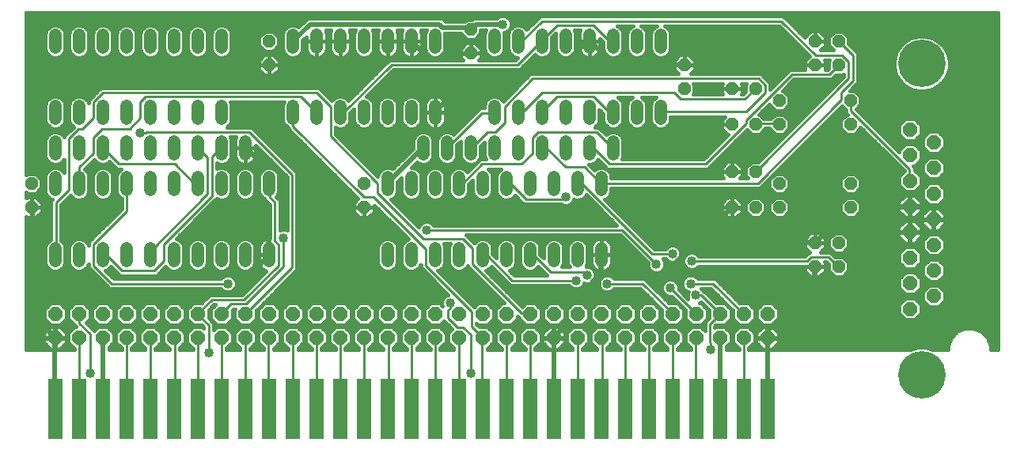
<source format=gbl>
G75*
%MOIN*%
%OFA0B0*%
%FSLAX24Y24*%
%IPPOS*%
%LPD*%
%AMOC8*
5,1,8,0,0,1.08239X$1,22.5*
%
%ADD10R,0.0600X0.2550*%
%ADD11OC8,0.0520*%
%ADD12OC8,0.0600*%
%ADD13C,0.0520*%
%ADD14C,0.2000*%
%ADD15C,0.0100*%
%ADD16C,0.0400*%
%ADD17C,0.0200*%
%ADD18C,0.0160*%
D10*
X001680Y001940D03*
X002680Y001940D03*
X003680Y001940D03*
X004680Y001940D03*
X005680Y001940D03*
X006680Y001940D03*
X007680Y001940D03*
X008680Y001940D03*
X009680Y001940D03*
X010680Y001940D03*
X011680Y001940D03*
X012680Y001940D03*
X013680Y001940D03*
X014680Y001940D03*
X015680Y001940D03*
X016680Y001940D03*
X017680Y001940D03*
X018680Y001940D03*
X019680Y001940D03*
X020680Y001940D03*
X021680Y001940D03*
X022680Y001940D03*
X023680Y001940D03*
X024680Y001940D03*
X025680Y001940D03*
X026680Y001940D03*
X027680Y001940D03*
X028680Y001940D03*
X029680Y001940D03*
X030680Y001940D03*
X031680Y001940D03*
D11*
X033680Y007940D03*
X034680Y007940D03*
X034680Y008940D03*
X033680Y008940D03*
X032180Y010440D03*
X031180Y010440D03*
X030180Y010440D03*
X032180Y011440D03*
X031180Y011940D03*
X030180Y011940D03*
X030180Y013940D03*
X031180Y013940D03*
X032180Y013940D03*
X032180Y014940D03*
X031180Y015440D03*
X030180Y015440D03*
X028180Y015440D03*
X028180Y016440D03*
X033680Y016440D03*
X034680Y016440D03*
X034680Y017440D03*
X033680Y017440D03*
X035180Y014940D03*
X035180Y013940D03*
X035180Y011440D03*
X035180Y010440D03*
X019180Y016940D03*
X019180Y017940D03*
X010680Y017440D03*
X010680Y016440D03*
X014680Y011440D03*
X014680Y010440D03*
X000680Y010440D03*
X000680Y011440D03*
D12*
X001680Y005940D03*
X002680Y005940D03*
X003680Y005940D03*
X004680Y005940D03*
X005680Y005940D03*
X006680Y005940D03*
X007680Y005940D03*
X008680Y005940D03*
X009680Y005940D03*
X010680Y005940D03*
X011680Y005940D03*
X012680Y005940D03*
X013680Y005940D03*
X014680Y005940D03*
X015680Y005940D03*
X016680Y005940D03*
X017680Y005940D03*
X018680Y005940D03*
X019680Y005940D03*
X020680Y005940D03*
X021680Y005940D03*
X022680Y005940D03*
X023680Y005940D03*
X024680Y005940D03*
X025680Y005940D03*
X026680Y005940D03*
X027680Y005940D03*
X028680Y005940D03*
X029680Y005940D03*
X030680Y005940D03*
X031680Y005940D03*
X031680Y004940D03*
X030680Y004940D03*
X029680Y004940D03*
X028680Y004940D03*
X027680Y004940D03*
X026680Y004940D03*
X025680Y004940D03*
X024680Y004940D03*
X023680Y004940D03*
X022680Y004940D03*
X021680Y004940D03*
X020680Y004940D03*
X019680Y004940D03*
X018680Y004940D03*
X017680Y004940D03*
X016680Y004940D03*
X015680Y004940D03*
X014680Y004940D03*
X013680Y004940D03*
X012680Y004940D03*
X011680Y004940D03*
X010680Y004940D03*
X009680Y004940D03*
X008680Y004940D03*
X007680Y004940D03*
X006680Y004940D03*
X005680Y004940D03*
X004680Y004940D03*
X003680Y004940D03*
X002680Y004940D03*
X001680Y004940D03*
X037680Y006160D03*
X038680Y006700D03*
X037680Y007240D03*
X038680Y007780D03*
X037680Y008320D03*
X038680Y008860D03*
X037680Y009400D03*
X038680Y009940D03*
X037680Y010480D03*
X038680Y011020D03*
X037680Y011560D03*
X038680Y012100D03*
X037680Y012640D03*
X038680Y013180D03*
X037680Y013720D03*
D13*
X027180Y014180D02*
X027180Y014700D01*
X026180Y014700D02*
X026180Y014180D01*
X025180Y014180D02*
X025180Y014700D01*
X024180Y014700D02*
X024180Y014180D01*
X023180Y014180D02*
X023180Y014700D01*
X022180Y014700D02*
X022180Y014180D01*
X021180Y014180D02*
X021180Y014700D01*
X020180Y014700D02*
X020180Y014180D01*
X020180Y013200D02*
X020180Y012680D01*
X019180Y012680D02*
X019180Y013200D01*
X018180Y013200D02*
X018180Y012680D01*
X017180Y012680D02*
X017180Y013200D01*
X016680Y014180D02*
X016680Y014700D01*
X015680Y014700D02*
X015680Y014180D01*
X014680Y014180D02*
X014680Y014700D01*
X013680Y014700D02*
X013680Y014180D01*
X012680Y014180D02*
X012680Y014700D01*
X011680Y014700D02*
X011680Y014180D01*
X009680Y013200D02*
X009680Y012680D01*
X008680Y012680D02*
X008680Y013200D01*
X007680Y013200D02*
X007680Y012680D01*
X006680Y012680D02*
X006680Y013200D01*
X005680Y013200D02*
X005680Y012680D01*
X004680Y012680D02*
X004680Y013200D01*
X003680Y013200D02*
X003680Y012680D01*
X002680Y012680D02*
X002680Y013200D01*
X001680Y013200D02*
X001680Y012680D01*
X001680Y011700D02*
X001680Y011180D01*
X002680Y011180D02*
X002680Y011700D01*
X003680Y011700D02*
X003680Y011180D01*
X004680Y011180D02*
X004680Y011700D01*
X005680Y011700D02*
X005680Y011180D01*
X006680Y011180D02*
X006680Y011700D01*
X007680Y011700D02*
X007680Y011180D01*
X008680Y011180D02*
X008680Y011700D01*
X009680Y011700D02*
X009680Y011180D01*
X010680Y011180D02*
X010680Y011700D01*
X015680Y011700D02*
X015680Y011180D01*
X016680Y011180D02*
X016680Y011700D01*
X017680Y011700D02*
X017680Y011180D01*
X018680Y011180D02*
X018680Y011700D01*
X019680Y011700D02*
X019680Y011180D01*
X020680Y011180D02*
X020680Y011700D01*
X021680Y011700D02*
X021680Y011180D01*
X022680Y011180D02*
X022680Y011700D01*
X023680Y011700D02*
X023680Y011180D01*
X024680Y011180D02*
X024680Y011700D01*
X024180Y012680D02*
X024180Y013200D01*
X023180Y013200D02*
X023180Y012680D01*
X022180Y012680D02*
X022180Y013200D01*
X021180Y013200D02*
X021180Y012680D01*
X017680Y014180D02*
X017680Y014700D01*
X017680Y017180D02*
X017680Y017700D01*
X016680Y017700D02*
X016680Y017180D01*
X015680Y017180D02*
X015680Y017700D01*
X014680Y017700D02*
X014680Y017180D01*
X013680Y017180D02*
X013680Y017700D01*
X012680Y017700D02*
X012680Y017180D01*
X011680Y017180D02*
X011680Y017700D01*
X008680Y017700D02*
X008680Y017180D01*
X007680Y017180D02*
X007680Y017700D01*
X006680Y017700D02*
X006680Y017180D01*
X005680Y017180D02*
X005680Y017700D01*
X004680Y017700D02*
X004680Y017180D01*
X003680Y017180D02*
X003680Y017700D01*
X002680Y017700D02*
X002680Y017180D01*
X001680Y017180D02*
X001680Y017700D01*
X001680Y014700D02*
X001680Y014180D01*
X002680Y014180D02*
X002680Y014700D01*
X003680Y014700D02*
X003680Y014180D01*
X004680Y014180D02*
X004680Y014700D01*
X005680Y014700D02*
X005680Y014180D01*
X006680Y014180D02*
X006680Y014700D01*
X007680Y014700D02*
X007680Y014180D01*
X008680Y014180D02*
X008680Y014700D01*
X020180Y017180D02*
X020180Y017700D01*
X021180Y017700D02*
X021180Y017180D01*
X022180Y017180D02*
X022180Y017700D01*
X023180Y017700D02*
X023180Y017180D01*
X024180Y017180D02*
X024180Y017700D01*
X025180Y017700D02*
X025180Y017180D01*
X026180Y017180D02*
X026180Y017700D01*
X027180Y017700D02*
X027180Y017180D01*
X025180Y013200D02*
X025180Y012680D01*
X024680Y008700D02*
X024680Y008180D01*
X023680Y008180D02*
X023680Y008700D01*
X022680Y008700D02*
X022680Y008180D01*
X021680Y008180D02*
X021680Y008700D01*
X020680Y008700D02*
X020680Y008180D01*
X019680Y008180D02*
X019680Y008700D01*
X018680Y008700D02*
X018680Y008180D01*
X017680Y008180D02*
X017680Y008700D01*
X016680Y008700D02*
X016680Y008180D01*
X015680Y008180D02*
X015680Y008700D01*
X010680Y008700D02*
X010680Y008180D01*
X009680Y008180D02*
X009680Y008700D01*
X008680Y008700D02*
X008680Y008180D01*
X007680Y008180D02*
X007680Y008700D01*
X006680Y008700D02*
X006680Y008180D01*
X005680Y008180D02*
X005680Y008700D01*
X004680Y008700D02*
X004680Y008180D01*
X003680Y008180D02*
X003680Y008700D01*
X002680Y008700D02*
X002680Y008180D01*
X001680Y008180D02*
X001680Y008700D01*
D14*
X038180Y003380D03*
X038180Y016500D03*
D15*
X035280Y016855D02*
X035280Y015775D01*
X034785Y015280D01*
X034785Y014965D01*
X031275Y011455D01*
X024705Y011455D01*
X024680Y011440D01*
X024660Y011455D01*
X023985Y012130D01*
X023175Y012130D01*
X022365Y012940D01*
X022180Y012940D01*
X021780Y012715D02*
X021780Y013390D01*
X022005Y013615D01*
X024480Y013615D01*
X025155Y012940D01*
X025180Y012940D01*
X025020Y012265D02*
X024345Y012940D01*
X024180Y012940D01*
X025020Y012265D02*
X029070Y012265D01*
X030780Y013975D01*
X030780Y014110D01*
X032715Y016045D01*
X034290Y016045D01*
X034650Y016405D01*
X034680Y016440D01*
X034830Y016855D02*
X035100Y016585D01*
X035100Y015865D01*
X031185Y011950D01*
X031180Y011940D01*
X031180Y013940D02*
X031185Y013975D01*
X032175Y013975D01*
X032180Y013940D01*
X031590Y015280D02*
X030780Y014470D01*
X027180Y014470D01*
X027180Y014440D01*
X027765Y015280D02*
X028035Y015010D01*
X030735Y015010D01*
X031140Y015415D01*
X031180Y015440D01*
X031590Y015595D02*
X031590Y015280D01*
X031590Y015595D02*
X031320Y015865D01*
X021780Y015865D01*
X020610Y014695D01*
X020610Y014020D01*
X020205Y013615D01*
X019890Y013615D01*
X019215Y012940D01*
X019180Y012940D01*
X018180Y012940D02*
X019665Y014425D01*
X020160Y014425D01*
X020180Y014440D01*
X021180Y014440D02*
X021195Y014470D01*
X021375Y014470D01*
X022185Y015280D01*
X027765Y015280D01*
X025180Y014440D02*
X025155Y014470D01*
X024975Y014470D01*
X024345Y015100D01*
X022815Y015100D01*
X022185Y014470D01*
X022180Y014440D01*
X021780Y012715D02*
X021330Y012265D01*
X019665Y012265D01*
X018855Y011455D01*
X018720Y011455D01*
X018680Y011440D01*
X020680Y011440D02*
X020700Y011410D01*
X020880Y011410D01*
X021510Y010780D01*
X023085Y010780D01*
X023175Y010870D01*
X023680Y011440D02*
X023715Y011410D01*
X023895Y011410D01*
X026820Y008485D01*
X027675Y008485D01*
X027000Y008035D02*
X025560Y009475D01*
X017325Y009475D01*
X017190Y009115D02*
X018855Y009115D01*
X019260Y008710D01*
X019260Y008035D01*
X021330Y005965D01*
X021645Y005965D01*
X021680Y005940D01*
X019665Y004975D02*
X019680Y004940D01*
X019665Y004930D01*
X019665Y001960D01*
X019680Y001940D01*
X018680Y001940D02*
X018675Y001960D01*
X018675Y004930D01*
X018680Y004940D01*
X018855Y005380D02*
X019170Y005065D01*
X019170Y003445D01*
X017685Y004930D02*
X017680Y004940D01*
X017685Y004930D02*
X017685Y001960D01*
X017680Y001940D01*
X016695Y001960D02*
X016680Y001940D01*
X016695Y001960D02*
X016695Y004930D01*
X016680Y004940D01*
X015705Y004930D02*
X015680Y004940D01*
X015705Y004930D02*
X015705Y001960D01*
X015680Y001940D01*
X014680Y001940D02*
X014670Y001960D01*
X014670Y004930D01*
X014680Y004940D01*
X013680Y004940D02*
X013680Y001940D01*
X012690Y001960D02*
X012680Y001940D01*
X012690Y001960D02*
X012690Y004930D01*
X012680Y004940D01*
X011700Y004930D02*
X011680Y004940D01*
X011700Y004930D02*
X011700Y001960D01*
X011680Y001940D01*
X010680Y001940D02*
X010665Y001960D01*
X010665Y004930D01*
X010680Y004940D01*
X009680Y004940D02*
X009675Y004930D01*
X009675Y001960D01*
X009680Y001940D01*
X008685Y001960D02*
X008680Y001940D01*
X008685Y001960D02*
X008685Y004930D01*
X008680Y004940D01*
X008145Y005470D02*
X008145Y004300D01*
X007695Y004930D02*
X007680Y004940D01*
X007695Y004930D02*
X007695Y001960D01*
X007680Y001940D01*
X006705Y001960D02*
X006680Y001940D01*
X006705Y001960D02*
X006705Y004930D01*
X006680Y004940D01*
X005680Y004940D02*
X005670Y004930D01*
X005670Y001960D01*
X005680Y001940D01*
X004680Y001940D02*
X004680Y004940D01*
X003150Y005110D02*
X003150Y003445D01*
X002700Y004930D02*
X002680Y004940D01*
X002700Y004930D02*
X002700Y001960D01*
X002680Y001940D01*
X003150Y005110D02*
X002700Y005560D01*
X002700Y005920D01*
X002680Y005940D01*
X004050Y007225D02*
X008955Y007225D01*
X008280Y006550D02*
X007695Y005965D01*
X007680Y005940D01*
X007695Y005920D01*
X008145Y005470D01*
X008680Y005940D02*
X008685Y005965D01*
X009090Y006370D01*
X009720Y006370D01*
X011295Y007945D01*
X011295Y009160D01*
X011070Y008890D02*
X010935Y009025D01*
X010935Y010645D01*
X010710Y010870D01*
X010710Y011410D01*
X010680Y011440D01*
X011655Y011815D02*
X011655Y007900D01*
X009720Y005965D01*
X009680Y005940D01*
X009630Y006550D02*
X008280Y006550D01*
X009630Y006550D02*
X011070Y007990D01*
X011070Y008890D01*
X014670Y010870D02*
X015075Y010870D01*
X017280Y008665D01*
X017280Y007990D01*
X019215Y006055D01*
X019215Y005425D01*
X019665Y004975D01*
X018855Y005380D02*
X018630Y005380D01*
X018225Y005785D01*
X018225Y006100D01*
X018315Y006190D01*
X018315Y006415D01*
X019845Y008440D02*
X020925Y007360D01*
X023625Y007360D01*
X023940Y007720D02*
X024075Y007585D01*
X023940Y007720D02*
X022545Y007720D01*
X021825Y008440D01*
X021680Y008440D01*
X019845Y008440D02*
X019680Y008440D01*
X017190Y009115D02*
X015255Y011050D01*
X015255Y011455D01*
X013275Y013435D01*
X013275Y014695D01*
X012690Y015280D01*
X003690Y015280D01*
X003285Y014875D01*
X003285Y014200D01*
X002835Y013750D01*
X002655Y013750D01*
X002250Y013345D01*
X002250Y011185D01*
X001710Y010645D01*
X001710Y008440D01*
X001680Y008440D01*
X003285Y007990D02*
X004050Y007225D01*
X004500Y007765D02*
X005850Y007765D01*
X006255Y008170D01*
X006255Y008890D01*
X008280Y010915D01*
X008280Y012580D01*
X008640Y012940D01*
X008680Y012940D01*
X008100Y012535D02*
X007695Y012940D01*
X007680Y012940D01*
X008100Y012535D02*
X008100Y011005D01*
X005715Y008620D01*
X005715Y008440D01*
X005680Y008440D01*
X004500Y007765D02*
X003825Y008440D01*
X003680Y008440D01*
X003285Y007990D02*
X003285Y008890D01*
X004680Y010285D01*
X004680Y011440D01*
X004365Y012265D02*
X003690Y012940D01*
X003680Y012940D01*
X003285Y012715D02*
X003285Y013390D01*
X003645Y013750D01*
X004815Y013750D01*
X005265Y014200D01*
X005265Y014875D01*
X005490Y015100D01*
X012015Y015100D01*
X012645Y014470D01*
X012680Y014440D01*
X011700Y014425D02*
X011680Y014440D01*
X011700Y014425D02*
X011700Y013840D01*
X014670Y010870D01*
X011655Y011815D02*
X009855Y013615D01*
X005535Y013615D01*
X005490Y013570D01*
X005265Y013570D01*
X003285Y012715D02*
X002700Y012130D01*
X002700Y011455D01*
X002680Y011440D01*
X004365Y012265D02*
X006705Y012265D01*
X007515Y011455D01*
X007650Y011455D01*
X007680Y011440D01*
X013680Y014440D02*
X013680Y014470D01*
X013860Y014470D01*
X015840Y016450D01*
X021150Y016450D01*
X022140Y017440D01*
X022180Y017440D01*
X022185Y017485D01*
X022815Y018115D01*
X024345Y018115D01*
X025020Y017440D01*
X025180Y017440D01*
X022185Y018295D02*
X032265Y018295D01*
X033705Y016855D01*
X034830Y016855D01*
X035280Y016855D02*
X034695Y017440D01*
X034680Y017440D01*
X035180Y014940D02*
X035190Y014920D01*
X035190Y014515D01*
X037665Y012040D01*
X037665Y011590D01*
X037680Y011560D01*
X034245Y008350D02*
X033525Y008350D01*
X033345Y008170D01*
X028485Y008170D01*
X028440Y007225D02*
X029385Y007225D01*
X030645Y005965D01*
X030680Y005940D01*
X029680Y005940D02*
X029655Y005920D01*
X029250Y005515D01*
X029250Y004750D01*
X029295Y004705D01*
X029295Y004435D01*
X028680Y004940D02*
X028665Y004930D01*
X028665Y001960D01*
X028680Y001940D01*
X027680Y001940D02*
X027675Y001960D01*
X027675Y004930D01*
X027680Y004940D01*
X026685Y004930D02*
X026680Y004940D01*
X026685Y004930D02*
X026685Y001960D01*
X026680Y001940D01*
X025695Y001960D02*
X025680Y001940D01*
X025695Y001960D02*
X025695Y004930D01*
X025680Y004940D01*
X024705Y004930D02*
X024680Y004940D01*
X024705Y004930D02*
X024705Y001960D01*
X024680Y001940D01*
X023680Y001940D02*
X023670Y001960D01*
X023670Y004930D01*
X023680Y004940D01*
X021690Y004930D02*
X021680Y004940D01*
X021690Y004930D02*
X021690Y001960D01*
X021680Y001940D01*
X020700Y001960D02*
X020680Y001940D01*
X020700Y001960D02*
X020700Y004930D01*
X020680Y004940D01*
X024930Y007225D02*
X026415Y007225D01*
X027675Y005965D01*
X027680Y005940D01*
X028665Y005965D02*
X028680Y005940D01*
X028665Y005965D02*
X027585Y007045D01*
X028665Y006730D02*
X028890Y006730D01*
X029680Y005940D01*
X030680Y004940D02*
X030690Y004930D01*
X030690Y001960D01*
X030680Y001940D01*
X034650Y007945D02*
X034680Y007940D01*
X034650Y007945D02*
X034245Y008350D01*
X022185Y018295D02*
X021330Y017440D01*
X021180Y017440D01*
D16*
X020520Y018160D03*
X005265Y013570D03*
X011295Y009160D03*
X008955Y007225D03*
X008145Y004300D03*
X003150Y003445D03*
X017325Y009475D03*
X023175Y010870D03*
X027675Y008485D03*
X027000Y008035D03*
X028485Y008170D03*
X028440Y007225D03*
X028665Y006730D03*
X027585Y007045D03*
X024930Y007225D03*
X024075Y007585D03*
X023625Y007360D03*
X018315Y006415D03*
X019170Y003445D03*
X029295Y004435D03*
D17*
X029680Y004940D02*
X029700Y004930D01*
X029700Y001960D01*
X029680Y001940D01*
X031680Y001940D02*
X031680Y004940D01*
X031725Y005020D01*
X031725Y005290D01*
X033660Y007225D01*
X033660Y007900D01*
X033680Y007940D01*
X033680Y008940D02*
X033750Y009025D01*
X034110Y009385D01*
X037665Y009385D01*
X037680Y009400D01*
X033680Y008940D02*
X033660Y008980D01*
X031995Y008980D01*
X030555Y010420D01*
X030195Y010420D01*
X030180Y010440D01*
X030105Y010375D01*
X027360Y007630D01*
X024660Y007630D01*
X023175Y006145D01*
X023175Y005470D01*
X022680Y004975D01*
X022680Y004940D01*
X022680Y001940D01*
X024660Y007630D02*
X024660Y008440D01*
X024680Y008440D01*
X017145Y012940D02*
X015660Y011455D01*
X015680Y011440D01*
X017145Y012940D02*
X017180Y012940D01*
X017680Y014440D02*
X017685Y014470D01*
X019350Y016135D01*
X022770Y016135D01*
X024030Y017395D01*
X024120Y017395D01*
X024180Y017440D01*
X024210Y017440D01*
X025200Y016450D01*
X028170Y016450D01*
X028180Y016440D01*
X020520Y018160D02*
X019395Y018160D01*
X019215Y017980D01*
X019180Y017940D01*
X019125Y018025D01*
X018000Y018025D01*
X017865Y018160D01*
X012420Y018160D01*
X011700Y017440D01*
X011680Y017440D01*
X016680Y017440D02*
X016695Y017440D01*
X017415Y016720D01*
X017865Y016720D01*
X018045Y016900D01*
X019170Y016900D01*
X019180Y016940D01*
X010125Y012535D02*
X009720Y012940D01*
X009680Y012940D01*
X010125Y012535D02*
X010125Y011095D01*
X010665Y010555D01*
X010665Y008440D01*
X010680Y008440D01*
X010620Y008350D01*
X009090Y006820D01*
X000720Y006820D01*
X000720Y010420D01*
X000680Y010440D01*
X000720Y006820D02*
X000720Y005920D01*
X001665Y004975D01*
X001680Y004940D01*
X001665Y004840D01*
X001665Y001960D01*
X001680Y001940D01*
X003680Y001940D02*
X003690Y001960D01*
X003690Y004930D01*
X003680Y004940D01*
D18*
X004140Y004988D02*
X004220Y004988D01*
X004220Y005131D02*
X004220Y004749D01*
X004470Y004499D01*
X004470Y004440D01*
X003950Y004440D01*
X003950Y004559D01*
X004140Y004749D01*
X004140Y005131D01*
X003871Y005400D01*
X003489Y005400D01*
X003323Y005234D01*
X003237Y005320D01*
X002974Y005583D01*
X003140Y005749D01*
X003140Y006131D01*
X002871Y006400D01*
X002489Y006400D01*
X002220Y006131D01*
X002220Y005749D01*
X002489Y005480D01*
X002490Y005480D01*
X002490Y005473D01*
X002563Y005400D01*
X002489Y005400D01*
X002220Y005131D01*
X002220Y004749D01*
X002489Y004480D01*
X002490Y004480D01*
X002490Y004440D01*
X000460Y004440D01*
X000460Y010038D01*
X000498Y010000D01*
X000680Y010000D01*
X000862Y010000D01*
X001120Y010258D01*
X001120Y010440D01*
X001120Y010622D01*
X000862Y010880D01*
X000680Y010880D01*
X000680Y010440D01*
X000680Y010440D01*
X001120Y010440D01*
X000680Y010440D01*
X000680Y010440D01*
X000680Y010880D01*
X000498Y010880D01*
X000460Y010842D01*
X000460Y011066D01*
X000506Y011020D01*
X000854Y011020D01*
X001100Y011266D01*
X001100Y011614D01*
X000854Y011860D01*
X000506Y011860D01*
X000460Y011814D01*
X000460Y018656D01*
X041400Y018656D01*
X041400Y004440D01*
X041085Y004440D01*
X041085Y004620D01*
X040947Y004953D01*
X040693Y005207D01*
X040360Y005345D01*
X040000Y005345D01*
X039667Y005207D01*
X039413Y004953D01*
X039275Y004620D01*
X039275Y004440D01*
X038664Y004440D01*
X038628Y004461D01*
X038333Y004540D01*
X038027Y004540D01*
X037732Y004461D01*
X037696Y004440D01*
X030900Y004440D01*
X030900Y004509D01*
X031140Y004749D01*
X031140Y005131D01*
X030871Y005400D01*
X030489Y005400D01*
X030220Y005131D01*
X030220Y004749D01*
X030480Y004489D01*
X030480Y004440D01*
X029960Y004440D01*
X029960Y004569D01*
X030140Y004749D01*
X030140Y005131D01*
X029871Y005400D01*
X029489Y005400D01*
X029460Y005371D01*
X029460Y005428D01*
X029512Y005480D01*
X029871Y005480D01*
X030140Y005749D01*
X030140Y006131D01*
X029871Y006400D01*
X029517Y006400D01*
X028977Y006940D01*
X028964Y006940D01*
X028889Y007015D01*
X029298Y007015D01*
X030220Y006093D01*
X030220Y005749D01*
X030489Y005480D01*
X030871Y005480D01*
X031140Y005749D01*
X031140Y006131D01*
X030871Y006400D01*
X030507Y006400D01*
X029472Y007435D01*
X028739Y007435D01*
X028644Y007530D01*
X028512Y007585D01*
X028368Y007585D01*
X028236Y007530D01*
X028135Y007429D01*
X028080Y007297D01*
X028080Y007153D01*
X028135Y007021D01*
X028236Y006920D01*
X028337Y006878D01*
X028305Y006802D01*
X028305Y006658D01*
X028331Y006596D01*
X027945Y006982D01*
X027945Y007117D01*
X027890Y007249D01*
X027789Y007350D01*
X027657Y007405D01*
X027513Y007405D01*
X027381Y007350D01*
X027280Y007249D01*
X027225Y007117D01*
X027225Y006973D01*
X027280Y006841D01*
X027381Y006740D01*
X027513Y006685D01*
X027648Y006685D01*
X028220Y006113D01*
X028220Y005749D01*
X028489Y005480D01*
X028871Y005480D01*
X029140Y005749D01*
X029140Y006131D01*
X028871Y006400D01*
X028809Y006400D01*
X028869Y006425D01*
X028884Y006439D01*
X029220Y006103D01*
X029220Y005782D01*
X029040Y005602D01*
X029040Y005231D01*
X028871Y005400D01*
X028489Y005400D01*
X028220Y005131D01*
X028220Y004749D01*
X028455Y004514D01*
X028455Y004440D01*
X027885Y004440D01*
X027885Y004494D01*
X028140Y004749D01*
X028140Y005131D01*
X027871Y005400D01*
X027489Y005400D01*
X027220Y005131D01*
X027220Y004749D01*
X027465Y004504D01*
X027465Y004440D01*
X026895Y004440D01*
X026895Y004504D01*
X027140Y004749D01*
X027140Y005131D01*
X026871Y005400D01*
X026489Y005400D01*
X026220Y005131D01*
X026220Y004749D01*
X026475Y004494D01*
X026475Y004440D01*
X025905Y004440D01*
X025905Y004514D01*
X026140Y004749D01*
X026140Y005131D01*
X025871Y005400D01*
X025489Y005400D01*
X025220Y005131D01*
X025220Y004749D01*
X025485Y004484D01*
X025485Y004440D01*
X024915Y004440D01*
X024915Y004524D01*
X025140Y004749D01*
X025140Y005131D01*
X024871Y005400D01*
X024489Y005400D01*
X024220Y005131D01*
X024220Y004749D01*
X024489Y004480D01*
X024495Y004480D01*
X024495Y004440D01*
X023880Y004440D01*
X023880Y004489D01*
X024140Y004749D01*
X024140Y005131D01*
X023871Y005400D01*
X023489Y005400D01*
X023220Y005131D01*
X023220Y004749D01*
X023460Y004509D01*
X023460Y004440D01*
X021900Y004440D01*
X021900Y004509D01*
X022140Y004749D01*
X022140Y005131D01*
X021871Y005400D01*
X021489Y005400D01*
X021220Y005131D01*
X021220Y004749D01*
X021480Y004489D01*
X021480Y004440D01*
X020910Y004440D01*
X020910Y004519D01*
X021140Y004749D01*
X021140Y005131D01*
X020871Y005400D01*
X020489Y005400D01*
X020220Y005131D01*
X020220Y004749D01*
X020489Y004480D01*
X020490Y004480D01*
X020490Y004440D01*
X019875Y004440D01*
X019875Y004484D01*
X020140Y004749D01*
X020140Y005131D01*
X019871Y005400D01*
X019537Y005400D01*
X019425Y005512D01*
X019425Y005544D01*
X019489Y005480D01*
X019871Y005480D01*
X020140Y005749D01*
X020140Y006131D01*
X019871Y006400D01*
X019489Y006400D01*
X019328Y006239D01*
X019302Y006265D01*
X017794Y007773D01*
X017918Y007824D01*
X018036Y007942D01*
X018100Y008096D01*
X018100Y008784D01*
X018050Y008905D01*
X018310Y008905D01*
X018260Y008784D01*
X018260Y008096D01*
X018324Y007942D01*
X018442Y007824D01*
X018596Y007760D01*
X018764Y007760D01*
X018918Y007824D01*
X019036Y007942D01*
X019050Y007976D01*
X019050Y007948D01*
X020598Y006400D01*
X020489Y006400D01*
X020220Y006131D01*
X020220Y005749D01*
X020489Y005480D01*
X020871Y005480D01*
X021140Y005749D01*
X021140Y005858D01*
X021220Y005778D01*
X021220Y005749D01*
X021489Y005480D01*
X021871Y005480D01*
X022140Y005749D01*
X022140Y006131D01*
X021871Y006400D01*
X021489Y006400D01*
X021341Y006251D01*
X019812Y007780D01*
X019918Y007824D01*
X020036Y007942D01*
X020039Y007949D01*
X020715Y007273D01*
X020838Y007150D01*
X023326Y007150D01*
X023421Y007055D01*
X023553Y007000D01*
X023697Y007000D01*
X023829Y007055D01*
X023930Y007156D01*
X023965Y007241D01*
X024003Y007225D01*
X024147Y007225D01*
X024279Y007280D01*
X024380Y007381D01*
X024435Y007513D01*
X024435Y007657D01*
X024380Y007789D01*
X024279Y007890D01*
X024147Y007945D01*
X024037Y007945D01*
X024100Y008096D01*
X024100Y008784D01*
X024036Y008938D01*
X023918Y009056D01*
X023764Y009120D01*
X023596Y009120D01*
X023442Y009056D01*
X023324Y008938D01*
X023260Y008784D01*
X023260Y008096D01*
X023324Y007942D01*
X023336Y007930D01*
X023024Y007930D01*
X023036Y007942D01*
X023100Y008096D01*
X023100Y008784D01*
X023036Y008938D01*
X022918Y009056D01*
X022764Y009120D01*
X022596Y009120D01*
X022442Y009056D01*
X022324Y008938D01*
X022260Y008784D01*
X022260Y008302D01*
X022100Y008462D01*
X022100Y008784D01*
X022036Y008938D01*
X021918Y009056D01*
X021764Y009120D01*
X021596Y009120D01*
X021442Y009056D01*
X021324Y008938D01*
X021260Y008784D01*
X021260Y008096D01*
X021324Y007942D01*
X021442Y007824D01*
X021596Y007760D01*
X021764Y007760D01*
X021918Y007824D01*
X022031Y007937D01*
X022335Y007633D01*
X022398Y007570D01*
X021012Y007570D01*
X020805Y007777D01*
X020918Y007824D01*
X021036Y007942D01*
X021100Y008096D01*
X021100Y008784D01*
X021036Y008938D01*
X020918Y009056D01*
X020764Y009120D01*
X020596Y009120D01*
X020442Y009056D01*
X020324Y008938D01*
X020260Y008784D01*
X020260Y008322D01*
X020100Y008482D01*
X020100Y008784D01*
X020036Y008938D01*
X019918Y009056D01*
X019764Y009120D01*
X019596Y009120D01*
X019442Y009056D01*
X019327Y008940D01*
X019002Y009265D01*
X025473Y009265D01*
X026640Y008098D01*
X026640Y007963D01*
X026695Y007831D01*
X026796Y007730D01*
X026928Y007675D01*
X027072Y007675D01*
X027204Y007730D01*
X027305Y007831D01*
X027360Y007963D01*
X027360Y008107D01*
X027305Y008239D01*
X027269Y008275D01*
X027376Y008275D01*
X027471Y008180D01*
X027603Y008125D01*
X027747Y008125D01*
X027879Y008180D01*
X027980Y008281D01*
X028035Y008413D01*
X028035Y008557D01*
X027980Y008689D01*
X027879Y008790D01*
X027747Y008845D01*
X027603Y008845D01*
X027471Y008790D01*
X027376Y008695D01*
X026907Y008695D01*
X024819Y010783D01*
X024918Y010824D01*
X025036Y010942D01*
X025100Y011096D01*
X025100Y011245D01*
X031362Y011245D01*
X034822Y014705D01*
X034980Y014546D01*
X034980Y014428D01*
X035048Y014360D01*
X035006Y014360D01*
X034760Y014114D01*
X034760Y013766D01*
X035006Y013520D01*
X035354Y013520D01*
X035600Y013766D01*
X035600Y013808D01*
X037439Y011969D01*
X037220Y011751D01*
X037220Y011369D01*
X037489Y011100D01*
X037871Y011100D01*
X038140Y011369D01*
X038140Y011751D01*
X037875Y012016D01*
X037875Y012127D01*
X037822Y012180D01*
X037871Y012180D01*
X038140Y012449D01*
X038140Y012831D01*
X037871Y013100D01*
X037489Y013100D01*
X037220Y012831D01*
X037220Y012782D01*
X035418Y014584D01*
X035600Y014766D01*
X035600Y015114D01*
X035354Y015360D01*
X035162Y015360D01*
X035367Y015565D01*
X035490Y015688D01*
X035490Y016942D01*
X035100Y017332D01*
X035100Y017614D01*
X034854Y017860D01*
X034506Y017860D01*
X034260Y017614D01*
X034260Y017266D01*
X034461Y017065D01*
X033927Y017065D01*
X034120Y017258D01*
X034120Y017440D01*
X034120Y017622D01*
X033862Y017880D01*
X033680Y017880D01*
X033680Y017440D01*
X033680Y017440D01*
X034120Y017440D01*
X033680Y017440D01*
X033680Y017440D01*
X033680Y017880D01*
X033498Y017880D01*
X033240Y017622D01*
X033240Y017617D01*
X032352Y018505D01*
X022098Y018505D01*
X021975Y018382D01*
X021533Y017940D01*
X021418Y018056D01*
X021264Y018120D01*
X021096Y018120D01*
X020942Y018056D01*
X020824Y017938D01*
X020760Y017784D01*
X020760Y017096D01*
X020824Y016942D01*
X020942Y016824D01*
X021096Y016760D01*
X021163Y016760D01*
X021063Y016660D01*
X019522Y016660D01*
X019620Y016758D01*
X019620Y016940D01*
X019620Y017122D01*
X019362Y017380D01*
X019180Y017380D01*
X019180Y016940D01*
X019180Y016940D01*
X019620Y016940D01*
X019180Y016940D01*
X019180Y016940D01*
X019180Y016940D01*
X018740Y016940D01*
X018740Y017122D01*
X018998Y017380D01*
X019180Y017380D01*
X019180Y016940D01*
X018740Y016940D01*
X018740Y016758D01*
X018838Y016660D01*
X015753Y016660D01*
X015630Y016537D01*
X014033Y014940D01*
X013918Y015056D01*
X013764Y015120D01*
X013596Y015120D01*
X013442Y015056D01*
X013327Y014940D01*
X012777Y015490D01*
X003603Y015490D01*
X003480Y015367D01*
X003075Y014962D01*
X003075Y014844D01*
X003036Y014938D01*
X002918Y015056D01*
X002764Y015120D01*
X002596Y015120D01*
X002442Y015056D01*
X002324Y014938D01*
X002260Y014784D01*
X002260Y014096D01*
X002324Y013942D01*
X002437Y013829D01*
X002163Y013555D01*
X002040Y013432D01*
X002040Y013428D01*
X002036Y013438D01*
X001918Y013556D01*
X001764Y013620D01*
X001596Y013620D01*
X001442Y013556D01*
X001324Y013438D01*
X001260Y013284D01*
X001260Y012596D01*
X001324Y012442D01*
X001442Y012324D01*
X001596Y012260D01*
X001764Y012260D01*
X001918Y012324D01*
X002036Y012442D01*
X002040Y012452D01*
X002040Y011928D01*
X002036Y011938D01*
X001918Y012056D01*
X001764Y012120D01*
X001596Y012120D01*
X001442Y012056D01*
X001324Y011938D01*
X001260Y011784D01*
X001260Y011096D01*
X001324Y010942D01*
X001442Y010824D01*
X001548Y010780D01*
X001500Y010732D01*
X001500Y009080D01*
X001442Y009056D01*
X001324Y008938D01*
X001260Y008784D01*
X001260Y008096D01*
X001324Y007942D01*
X001442Y007824D01*
X001596Y007760D01*
X001764Y007760D01*
X001918Y007824D01*
X002036Y007942D01*
X002100Y008096D01*
X002100Y008784D01*
X002036Y008938D01*
X001920Y009054D01*
X001920Y010558D01*
X002318Y010956D01*
X002324Y010942D01*
X002442Y010824D01*
X002596Y010760D01*
X002764Y010760D01*
X002918Y010824D01*
X003036Y010942D01*
X003100Y011096D01*
X003100Y011784D01*
X003036Y011938D01*
X002920Y012053D01*
X003320Y012453D01*
X003324Y012442D01*
X003442Y012324D01*
X003596Y012260D01*
X003764Y012260D01*
X003918Y012324D01*
X003963Y012370D01*
X004278Y012055D01*
X004441Y012055D01*
X004324Y011938D01*
X004260Y011784D01*
X004260Y011096D01*
X004324Y010942D01*
X004442Y010824D01*
X004470Y010812D01*
X004470Y010372D01*
X003198Y009100D01*
X003075Y008977D01*
X003075Y008844D01*
X003036Y008938D01*
X002918Y009056D01*
X002764Y009120D01*
X002596Y009120D01*
X002442Y009056D01*
X002324Y008938D01*
X002260Y008784D01*
X002260Y008096D01*
X002324Y007942D01*
X002442Y007824D01*
X002596Y007760D01*
X002764Y007760D01*
X002918Y007824D01*
X003036Y007942D01*
X003075Y008036D01*
X003075Y007903D01*
X003840Y007138D01*
X003963Y007015D01*
X008656Y007015D01*
X008751Y006920D01*
X008883Y006865D01*
X009027Y006865D01*
X009159Y006920D01*
X009260Y007021D01*
X009315Y007153D01*
X009315Y007297D01*
X009260Y007429D01*
X009159Y007530D01*
X009027Y007585D01*
X008883Y007585D01*
X008751Y007530D01*
X008656Y007435D01*
X004137Y007435D01*
X003798Y007774D01*
X003918Y007824D01*
X004031Y007937D01*
X004290Y007678D01*
X004413Y007555D01*
X005937Y007555D01*
X006324Y007942D01*
X006442Y007824D01*
X006596Y007760D01*
X006764Y007760D01*
X006918Y007824D01*
X007036Y007942D01*
X007100Y008096D01*
X007100Y008784D01*
X007036Y008938D01*
X006918Y009056D01*
X006777Y009115D01*
X008367Y010705D01*
X008473Y010811D01*
X008596Y010760D01*
X008764Y010760D01*
X008918Y010824D01*
X009036Y010942D01*
X009100Y011096D01*
X009100Y011784D01*
X009036Y011938D01*
X008918Y012056D01*
X008764Y012120D01*
X008596Y012120D01*
X008490Y012076D01*
X008490Y012304D01*
X008596Y012260D01*
X008764Y012260D01*
X008918Y012324D01*
X009036Y012442D01*
X009100Y012596D01*
X009100Y013284D01*
X009050Y013405D01*
X009291Y013405D01*
X009272Y013369D01*
X009251Y013303D01*
X009240Y013235D01*
X009240Y012940D01*
X009680Y012940D01*
X010120Y012940D01*
X010120Y013053D01*
X011445Y011728D01*
X011445Y009488D01*
X011367Y009520D01*
X011223Y009520D01*
X011145Y009488D01*
X011145Y010732D01*
X011022Y010855D01*
X010985Y010892D01*
X011036Y010942D01*
X011100Y011096D01*
X011100Y011784D01*
X011036Y011938D01*
X010918Y012056D01*
X010764Y012120D01*
X010596Y012120D01*
X010442Y012056D01*
X010324Y011938D01*
X010260Y011784D01*
X010260Y011096D01*
X010324Y010942D01*
X010442Y010824D01*
X010500Y010800D01*
X010500Y010783D01*
X010725Y010558D01*
X010725Y009138D01*
X010715Y009140D01*
X010680Y009140D01*
X010680Y008440D01*
X010680Y008440D01*
X010680Y008440D01*
X010240Y008440D01*
X010240Y008735D01*
X010251Y008803D01*
X010272Y008869D01*
X010304Y008931D01*
X010344Y008987D01*
X010393Y009036D01*
X010449Y009076D01*
X010511Y009108D01*
X010577Y009129D01*
X010645Y009140D01*
X010680Y009140D01*
X010680Y008440D01*
X010240Y008440D01*
X010240Y008145D01*
X010251Y008077D01*
X010272Y008011D01*
X010304Y007949D01*
X010344Y007893D01*
X010393Y007844D01*
X010449Y007804D01*
X010511Y007772D01*
X010544Y007761D01*
X009543Y006760D01*
X008193Y006760D01*
X007833Y006400D01*
X007489Y006400D01*
X007220Y006131D01*
X007220Y005749D01*
X007489Y005480D01*
X007838Y005480D01*
X007935Y005383D01*
X007935Y005336D01*
X007871Y005400D01*
X007489Y005400D01*
X007220Y005131D01*
X007220Y004749D01*
X007485Y004484D01*
X007485Y004440D01*
X006915Y004440D01*
X006915Y004524D01*
X007140Y004749D01*
X007140Y005131D01*
X006871Y005400D01*
X006489Y005400D01*
X006220Y005131D01*
X006220Y004749D01*
X006489Y004480D01*
X006495Y004480D01*
X006495Y004440D01*
X005880Y004440D01*
X005880Y004489D01*
X006140Y004749D01*
X006140Y005131D01*
X005871Y005400D01*
X005489Y005400D01*
X005220Y005131D01*
X005220Y004749D01*
X005460Y004509D01*
X005460Y004440D01*
X004890Y004440D01*
X004890Y004499D01*
X005140Y004749D01*
X005140Y005131D01*
X004871Y005400D01*
X004489Y005400D01*
X004220Y005131D01*
X004235Y005146D02*
X004125Y005146D01*
X003966Y005305D02*
X004394Y005305D01*
X004489Y005480D02*
X004871Y005480D01*
X005140Y005749D01*
X005140Y006131D01*
X004871Y006400D01*
X004489Y006400D01*
X004220Y006131D01*
X004220Y005749D01*
X004489Y005480D01*
X004348Y005622D02*
X004012Y005622D01*
X004140Y005749D02*
X003871Y005480D01*
X003489Y005480D01*
X003220Y005749D01*
X003220Y006131D01*
X003489Y006400D01*
X003871Y006400D01*
X004140Y006131D01*
X004140Y005749D01*
X004140Y005780D02*
X004220Y005780D01*
X004220Y005939D02*
X004140Y005939D01*
X004140Y006097D02*
X004220Y006097D01*
X004345Y006256D02*
X004015Y006256D01*
X003345Y006256D02*
X003015Y006256D01*
X003140Y006097D02*
X003220Y006097D01*
X003220Y005939D02*
X003140Y005939D01*
X003140Y005780D02*
X003220Y005780D01*
X003348Y005622D02*
X003012Y005622D01*
X003094Y005463D02*
X007855Y005463D01*
X008140Y005772D02*
X008355Y005557D01*
X008355Y005266D01*
X008489Y005400D01*
X008871Y005400D01*
X009140Y005131D01*
X009140Y004749D01*
X008895Y004504D01*
X008895Y004440D01*
X009465Y004440D01*
X009465Y004504D01*
X009220Y004749D01*
X009220Y005131D01*
X009489Y005400D01*
X009871Y005400D01*
X010140Y005131D01*
X010140Y004749D01*
X009885Y004494D01*
X009885Y004440D01*
X010455Y004440D01*
X010455Y004514D01*
X010220Y004749D01*
X010220Y005131D01*
X010489Y005400D01*
X010871Y005400D01*
X011140Y005131D01*
X011140Y004749D01*
X010875Y004484D01*
X010875Y004440D01*
X011490Y004440D01*
X011490Y004480D01*
X011489Y004480D01*
X011220Y004749D01*
X011220Y005131D01*
X011489Y005400D01*
X011871Y005400D01*
X012140Y005131D01*
X012140Y004749D01*
X011910Y004519D01*
X011910Y004440D01*
X012480Y004440D01*
X012480Y004489D01*
X012220Y004749D01*
X012220Y005131D01*
X012489Y005400D01*
X012871Y005400D01*
X013140Y005131D01*
X013140Y004749D01*
X012900Y004509D01*
X012900Y004440D01*
X013470Y004440D01*
X013470Y004499D01*
X013220Y004749D01*
X013220Y005131D01*
X013489Y005400D01*
X013871Y005400D01*
X014140Y005131D01*
X014140Y004749D01*
X013890Y004499D01*
X013890Y004440D01*
X014460Y004440D01*
X014460Y004509D01*
X014220Y004749D01*
X014220Y005131D01*
X014489Y005400D01*
X014871Y005400D01*
X015140Y005131D01*
X015140Y004749D01*
X014880Y004489D01*
X014880Y004440D01*
X015495Y004440D01*
X015495Y004480D01*
X015489Y004480D01*
X015220Y004749D01*
X015220Y005131D01*
X015489Y005400D01*
X015871Y005400D01*
X016140Y005131D01*
X016140Y004749D01*
X015915Y004524D01*
X015915Y004440D01*
X016485Y004440D01*
X016485Y004484D01*
X016220Y004749D01*
X016220Y005131D01*
X016489Y005400D01*
X016871Y005400D01*
X017140Y005131D01*
X017140Y004749D01*
X016905Y004514D01*
X016905Y004440D01*
X017475Y004440D01*
X017475Y004494D01*
X017220Y004749D01*
X017220Y005131D01*
X017489Y005400D01*
X017871Y005400D01*
X018140Y005131D01*
X018140Y004749D01*
X017895Y004504D01*
X017895Y004440D01*
X018465Y004440D01*
X018465Y004504D01*
X018220Y004749D01*
X018220Y005131D01*
X018401Y005312D01*
X018052Y005661D01*
X017871Y005480D01*
X017489Y005480D01*
X017220Y005749D01*
X017220Y006131D01*
X017489Y006400D01*
X017871Y006400D01*
X017975Y006296D01*
X017955Y006343D01*
X017955Y006487D01*
X018010Y006619D01*
X018111Y006720D01*
X018211Y006762D01*
X017070Y007903D01*
X017070Y008024D01*
X017036Y007942D01*
X016918Y007824D01*
X016764Y007760D01*
X016596Y007760D01*
X016442Y007824D01*
X016324Y007942D01*
X016260Y008096D01*
X016260Y008784D01*
X016324Y008938D01*
X016442Y009056D01*
X016548Y009100D01*
X015120Y010528D01*
X015120Y010440D01*
X014680Y010440D01*
X014680Y010440D01*
X015120Y010440D01*
X015120Y010258D01*
X014862Y010000D01*
X014680Y010000D01*
X014680Y010440D01*
X014680Y010440D01*
X014680Y010440D01*
X014240Y010440D01*
X014240Y010622D01*
X014430Y010813D01*
X011490Y013753D01*
X011490Y013804D01*
X011442Y013824D01*
X011324Y013942D01*
X011260Y014096D01*
X011260Y014784D01*
X011304Y014890D01*
X009056Y014890D01*
X009100Y014784D01*
X009100Y014096D01*
X009036Y013942D01*
X008919Y013825D01*
X009942Y013825D01*
X011742Y012025D01*
X011865Y011902D01*
X011865Y007813D01*
X010140Y006088D01*
X010140Y005749D01*
X009871Y005480D01*
X009489Y005480D01*
X009220Y005749D01*
X009220Y006131D01*
X009249Y006160D01*
X009177Y006160D01*
X009140Y006123D01*
X009140Y005749D01*
X008871Y005480D01*
X008489Y005480D01*
X008220Y005749D01*
X008220Y006131D01*
X008429Y006340D01*
X008367Y006340D01*
X008140Y006113D01*
X008140Y005772D01*
X008140Y005780D02*
X008220Y005780D01*
X008220Y005939D02*
X008140Y005939D01*
X008140Y006097D02*
X008220Y006097D01*
X008282Y006256D02*
X008345Y006256D01*
X007847Y006414D02*
X000460Y006414D01*
X000460Y006256D02*
X001345Y006256D01*
X001220Y006131D02*
X001220Y005749D01*
X001489Y005480D01*
X001871Y005480D01*
X002140Y005749D01*
X002140Y006131D01*
X001871Y006400D01*
X001489Y006400D01*
X001220Y006131D01*
X001220Y006097D02*
X000460Y006097D01*
X000460Y005939D02*
X001220Y005939D01*
X001220Y005780D02*
X000460Y005780D01*
X000460Y005622D02*
X001348Y005622D01*
X001481Y005420D02*
X001200Y005139D01*
X001200Y004960D01*
X001660Y004960D01*
X001660Y005420D01*
X001481Y005420D01*
X001366Y005305D02*
X000460Y005305D01*
X000460Y005463D02*
X002500Y005463D01*
X002394Y005305D02*
X001994Y005305D01*
X001879Y005420D02*
X001700Y005420D01*
X001700Y004960D01*
X002160Y004960D01*
X002160Y005139D01*
X001879Y005420D01*
X001700Y005305D02*
X001660Y005305D01*
X001660Y005146D02*
X001700Y005146D01*
X001700Y004988D02*
X001660Y004988D01*
X001660Y004960D02*
X001700Y004960D01*
X001700Y004920D01*
X002160Y004920D01*
X002160Y004741D01*
X001879Y004460D01*
X001700Y004460D01*
X001700Y004920D01*
X001660Y004920D01*
X001660Y004460D01*
X001481Y004460D01*
X001200Y004741D01*
X001200Y004920D01*
X001660Y004920D01*
X001660Y004960D01*
X001660Y004829D02*
X001700Y004829D01*
X001700Y004671D02*
X001660Y004671D01*
X001660Y004512D02*
X001700Y004512D01*
X001931Y004512D02*
X002457Y004512D01*
X002299Y004671D02*
X002089Y004671D01*
X002160Y004829D02*
X002220Y004829D01*
X002220Y004988D02*
X002160Y004988D01*
X002153Y005146D02*
X002235Y005146D01*
X001207Y005146D02*
X000460Y005146D01*
X000460Y004988D02*
X001200Y004988D01*
X001200Y004829D02*
X000460Y004829D01*
X000460Y004671D02*
X001271Y004671D01*
X001429Y004512D02*
X000460Y004512D01*
X002012Y005622D02*
X002348Y005622D01*
X002220Y005780D02*
X002140Y005780D01*
X002140Y005939D02*
X002220Y005939D01*
X002220Y006097D02*
X002140Y006097D01*
X002015Y006256D02*
X002345Y006256D01*
X003930Y007048D02*
X000460Y007048D01*
X000460Y006890D02*
X008824Y006890D01*
X009086Y006890D02*
X009673Y006890D01*
X009831Y007048D02*
X009271Y007048D01*
X009315Y007207D02*
X009990Y007207D01*
X010148Y007365D02*
X009287Y007365D01*
X009166Y007524D02*
X010307Y007524D01*
X010465Y007682D02*
X006064Y007682D01*
X006222Y007841D02*
X006426Y007841D01*
X006934Y007841D02*
X007426Y007841D01*
X007442Y007824D02*
X007324Y007942D01*
X007260Y008096D01*
X007260Y008784D01*
X007324Y008938D01*
X007442Y009056D01*
X007596Y009120D01*
X007764Y009120D01*
X007918Y009056D01*
X008036Y008938D01*
X008100Y008784D01*
X008100Y008096D01*
X008036Y007942D01*
X007918Y007824D01*
X007764Y007760D01*
X007596Y007760D01*
X007442Y007824D01*
X007300Y007999D02*
X007060Y007999D01*
X007100Y008158D02*
X007260Y008158D01*
X007260Y008316D02*
X007100Y008316D01*
X007100Y008475D02*
X007260Y008475D01*
X007260Y008633D02*
X007100Y008633D01*
X007097Y008792D02*
X007263Y008792D01*
X007336Y008950D02*
X007024Y008950D01*
X006791Y009109D02*
X007569Y009109D01*
X007791Y009109D02*
X008569Y009109D01*
X008596Y009120D02*
X008442Y009056D01*
X008324Y008938D01*
X008260Y008784D01*
X008260Y008096D01*
X008324Y007942D01*
X008442Y007824D01*
X008596Y007760D01*
X008764Y007760D01*
X008918Y007824D01*
X009036Y007942D01*
X009100Y008096D01*
X009100Y008784D01*
X009036Y008938D01*
X008918Y009056D01*
X008764Y009120D01*
X008596Y009120D01*
X008791Y009109D02*
X009569Y009109D01*
X009596Y009120D02*
X009442Y009056D01*
X009324Y008938D01*
X009260Y008784D01*
X009260Y008096D01*
X009324Y007942D01*
X009442Y007824D01*
X009596Y007760D01*
X009764Y007760D01*
X009918Y007824D01*
X010036Y007942D01*
X010100Y008096D01*
X010100Y008784D01*
X010036Y008938D01*
X009918Y009056D01*
X009764Y009120D01*
X009596Y009120D01*
X009791Y009109D02*
X010513Y009109D01*
X010680Y009109D02*
X010680Y009109D01*
X010680Y008950D02*
X010680Y008950D01*
X010680Y008792D02*
X010680Y008792D01*
X010680Y008633D02*
X010680Y008633D01*
X010680Y008475D02*
X010680Y008475D01*
X010240Y008475D02*
X010100Y008475D01*
X010100Y008633D02*
X010240Y008633D01*
X010249Y008792D02*
X010097Y008792D01*
X010024Y008950D02*
X010318Y008950D01*
X010725Y009267D02*
X006929Y009267D01*
X007088Y009426D02*
X010725Y009426D01*
X010725Y009584D02*
X007246Y009584D01*
X007405Y009743D02*
X010725Y009743D01*
X010725Y009901D02*
X007563Y009901D01*
X007722Y010060D02*
X010725Y010060D01*
X010725Y010218D02*
X007880Y010218D01*
X008039Y010377D02*
X010725Y010377D01*
X010725Y010535D02*
X008197Y010535D01*
X008356Y010694D02*
X010589Y010694D01*
X010414Y010852D02*
X009946Y010852D01*
X009918Y010824D02*
X010036Y010942D01*
X010100Y011096D01*
X010100Y011784D01*
X010036Y011938D01*
X009918Y012056D01*
X009764Y012120D01*
X009596Y012120D01*
X009442Y012056D01*
X009324Y011938D01*
X009260Y011784D01*
X009260Y011096D01*
X009324Y010942D01*
X009442Y010824D01*
X009596Y010760D01*
X009764Y010760D01*
X009918Y010824D01*
X010064Y011011D02*
X010296Y011011D01*
X010260Y011169D02*
X010100Y011169D01*
X010100Y011328D02*
X010260Y011328D01*
X010260Y011486D02*
X010100Y011486D01*
X010100Y011645D02*
X010260Y011645D01*
X010268Y011803D02*
X010092Y011803D01*
X010012Y011962D02*
X010348Y011962D01*
X009967Y012344D02*
X010016Y012393D01*
X010056Y012449D01*
X010088Y012511D01*
X010109Y012577D01*
X010120Y012645D01*
X010120Y012940D01*
X009680Y012940D01*
X009680Y012940D01*
X009680Y012240D01*
X009715Y012240D01*
X009783Y012251D01*
X009849Y012272D01*
X009911Y012304D01*
X009967Y012344D01*
X010047Y012437D02*
X010736Y012437D01*
X010894Y012279D02*
X009861Y012279D01*
X009680Y012279D02*
X009680Y012279D01*
X009680Y012240D02*
X009680Y012940D01*
X009680Y012940D01*
X009680Y012940D01*
X009240Y012940D01*
X009240Y012645D01*
X009251Y012577D01*
X009272Y012511D01*
X009304Y012449D01*
X009344Y012393D01*
X009393Y012344D01*
X009449Y012304D01*
X009511Y012272D01*
X009577Y012251D01*
X009645Y012240D01*
X009680Y012240D01*
X009499Y012279D02*
X008808Y012279D01*
X008552Y012279D02*
X008490Y012279D01*
X008490Y012120D02*
X011053Y012120D01*
X011012Y011962D02*
X011211Y011962D01*
X011092Y011803D02*
X011370Y011803D01*
X011445Y011645D02*
X011100Y011645D01*
X011100Y011486D02*
X011445Y011486D01*
X011445Y011328D02*
X011100Y011328D01*
X011100Y011169D02*
X011445Y011169D01*
X011445Y011011D02*
X011064Y011011D01*
X011025Y010852D02*
X011445Y010852D01*
X011445Y010694D02*
X011145Y010694D01*
X011145Y010535D02*
X011445Y010535D01*
X011445Y010377D02*
X011145Y010377D01*
X011145Y010218D02*
X011445Y010218D01*
X011445Y010060D02*
X011145Y010060D01*
X011145Y009901D02*
X011445Y009901D01*
X011445Y009743D02*
X011145Y009743D01*
X011145Y009584D02*
X011445Y009584D01*
X011865Y009584D02*
X016064Y009584D01*
X016223Y009426D02*
X011865Y009426D01*
X011865Y009267D02*
X016381Y009267D01*
X016540Y009109D02*
X015791Y009109D01*
X015764Y009120D02*
X015596Y009120D01*
X015442Y009056D01*
X015324Y008938D01*
X015260Y008784D01*
X015260Y008096D01*
X015324Y007942D01*
X015442Y007824D01*
X015596Y007760D01*
X015764Y007760D01*
X015918Y007824D01*
X016036Y007942D01*
X016100Y008096D01*
X016100Y008784D01*
X016036Y008938D01*
X015918Y009056D01*
X015764Y009120D01*
X015569Y009109D02*
X011865Y009109D01*
X011865Y008950D02*
X015336Y008950D01*
X015263Y008792D02*
X011865Y008792D01*
X011865Y008633D02*
X015260Y008633D01*
X015260Y008475D02*
X011865Y008475D01*
X011865Y008316D02*
X015260Y008316D01*
X015260Y008158D02*
X011865Y008158D01*
X011865Y007999D02*
X015300Y007999D01*
X015426Y007841D02*
X011865Y007841D01*
X011734Y007682D02*
X017291Y007682D01*
X017450Y007524D02*
X011575Y007524D01*
X011417Y007365D02*
X017608Y007365D01*
X017767Y007207D02*
X011258Y007207D01*
X011100Y007048D02*
X017925Y007048D01*
X018084Y006890D02*
X010941Y006890D01*
X010783Y006731D02*
X018137Y006731D01*
X017991Y006573D02*
X010624Y006573D01*
X010489Y006400D02*
X010220Y006131D01*
X010220Y005749D01*
X010489Y005480D01*
X010871Y005480D01*
X011140Y005749D01*
X011140Y006131D01*
X010871Y006400D01*
X010489Y006400D01*
X010466Y006414D02*
X017955Y006414D01*
X017345Y006256D02*
X017015Y006256D01*
X017140Y006131D02*
X016871Y006400D01*
X016489Y006400D01*
X016220Y006131D01*
X016220Y005749D01*
X016489Y005480D01*
X016871Y005480D01*
X017140Y005749D01*
X017140Y006131D01*
X017140Y006097D02*
X017220Y006097D01*
X017220Y005939D02*
X017140Y005939D01*
X017140Y005780D02*
X017220Y005780D01*
X017348Y005622D02*
X017012Y005622D01*
X016348Y005622D02*
X016012Y005622D01*
X016140Y005749D02*
X015871Y005480D01*
X015489Y005480D01*
X015220Y005749D01*
X015220Y006131D01*
X015489Y006400D01*
X015871Y006400D01*
X016140Y006131D01*
X016140Y005749D01*
X016140Y005780D02*
X016220Y005780D01*
X016220Y005939D02*
X016140Y005939D01*
X016140Y006097D02*
X016220Y006097D01*
X016345Y006256D02*
X016015Y006256D01*
X015345Y006256D02*
X015015Y006256D01*
X015140Y006131D02*
X014871Y006400D01*
X014489Y006400D01*
X014220Y006131D01*
X014220Y005749D01*
X014489Y005480D01*
X014871Y005480D01*
X015140Y005749D01*
X015140Y006131D01*
X015140Y006097D02*
X015220Y006097D01*
X015220Y005939D02*
X015140Y005939D01*
X015140Y005780D02*
X015220Y005780D01*
X015348Y005622D02*
X015012Y005622D01*
X014966Y005305D02*
X015394Y005305D01*
X015235Y005146D02*
X015125Y005146D01*
X015140Y004988D02*
X015220Y004988D01*
X015220Y004829D02*
X015140Y004829D01*
X015061Y004671D02*
X015299Y004671D01*
X015457Y004512D02*
X014903Y004512D01*
X014457Y004512D02*
X013903Y004512D01*
X014061Y004671D02*
X014299Y004671D01*
X014220Y004829D02*
X014140Y004829D01*
X014140Y004988D02*
X014220Y004988D01*
X014235Y005146D02*
X014125Y005146D01*
X013966Y005305D02*
X014394Y005305D01*
X014140Y005749D02*
X013871Y005480D01*
X013489Y005480D01*
X013220Y005749D01*
X013220Y006131D01*
X013489Y006400D01*
X013871Y006400D01*
X014140Y006131D01*
X014140Y005749D01*
X014140Y005780D02*
X014220Y005780D01*
X014220Y005939D02*
X014140Y005939D01*
X014140Y006097D02*
X014220Y006097D01*
X014345Y006256D02*
X014015Y006256D01*
X013345Y006256D02*
X013015Y006256D01*
X013140Y006131D02*
X012871Y006400D01*
X012489Y006400D01*
X012220Y006131D01*
X012220Y005749D01*
X012489Y005480D01*
X012871Y005480D01*
X013140Y005749D01*
X013140Y006131D01*
X013140Y006097D02*
X013220Y006097D01*
X013220Y005939D02*
X013140Y005939D01*
X013140Y005780D02*
X013220Y005780D01*
X013348Y005622D02*
X013012Y005622D01*
X012348Y005622D02*
X012012Y005622D01*
X012140Y005749D02*
X011871Y005480D01*
X011489Y005480D01*
X011220Y005749D01*
X011220Y006131D01*
X011489Y006400D01*
X011871Y006400D01*
X012140Y006131D01*
X012140Y005749D01*
X012140Y005780D02*
X012220Y005780D01*
X012220Y005939D02*
X012140Y005939D01*
X012140Y006097D02*
X012220Y006097D01*
X012345Y006256D02*
X012015Y006256D01*
X011345Y006256D02*
X011015Y006256D01*
X011140Y006097D02*
X011220Y006097D01*
X011220Y005939D02*
X011140Y005939D01*
X011140Y005780D02*
X011220Y005780D01*
X011348Y005622D02*
X011012Y005622D01*
X010966Y005305D02*
X011394Y005305D01*
X011235Y005146D02*
X011125Y005146D01*
X011140Y004988D02*
X011220Y004988D01*
X011220Y004829D02*
X011140Y004829D01*
X011061Y004671D02*
X011299Y004671D01*
X011457Y004512D02*
X010903Y004512D01*
X010455Y004512D02*
X009903Y004512D01*
X010061Y004671D02*
X010299Y004671D01*
X010220Y004829D02*
X010140Y004829D01*
X010140Y004988D02*
X010220Y004988D01*
X010235Y005146D02*
X010125Y005146D01*
X009966Y005305D02*
X010394Y005305D01*
X010348Y005622D02*
X010012Y005622D01*
X010140Y005780D02*
X010220Y005780D01*
X010220Y005939D02*
X010140Y005939D01*
X010149Y006097D02*
X010220Y006097D01*
X010307Y006256D02*
X010345Y006256D01*
X009220Y006097D02*
X009140Y006097D01*
X009140Y005939D02*
X009220Y005939D01*
X009220Y005780D02*
X009140Y005780D01*
X009012Y005622D02*
X009348Y005622D01*
X009394Y005305D02*
X008966Y005305D01*
X009125Y005146D02*
X009235Y005146D01*
X009220Y004988D02*
X009140Y004988D01*
X009140Y004829D02*
X009220Y004829D01*
X009299Y004671D02*
X009061Y004671D01*
X008903Y004512D02*
X009457Y004512D01*
X008394Y005305D02*
X008355Y005305D01*
X008355Y005463D02*
X018250Y005463D01*
X018394Y005305D02*
X017966Y005305D01*
X018125Y005146D02*
X018235Y005146D01*
X018220Y004988D02*
X018140Y004988D01*
X018140Y004829D02*
X018220Y004829D01*
X018299Y004671D02*
X018061Y004671D01*
X017903Y004512D02*
X018457Y004512D01*
X017457Y004512D02*
X016905Y004512D01*
X017061Y004671D02*
X017299Y004671D01*
X017220Y004829D02*
X017140Y004829D01*
X017140Y004988D02*
X017220Y004988D01*
X017235Y005146D02*
X017125Y005146D01*
X016966Y005305D02*
X017394Y005305D01*
X018012Y005622D02*
X018092Y005622D01*
X019311Y006256D02*
X019345Y006256D01*
X019153Y006414D02*
X020584Y006414D01*
X020426Y006573D02*
X018994Y006573D01*
X018836Y006731D02*
X020267Y006731D01*
X020109Y006890D02*
X018677Y006890D01*
X018519Y007048D02*
X019950Y007048D01*
X019792Y007207D02*
X018360Y007207D01*
X018202Y007365D02*
X019633Y007365D01*
X019475Y007524D02*
X018043Y007524D01*
X017885Y007682D02*
X019316Y007682D01*
X019158Y007841D02*
X018934Y007841D01*
X018426Y007841D02*
X017934Y007841D01*
X018060Y007999D02*
X018300Y007999D01*
X018260Y008158D02*
X018100Y008158D01*
X018100Y008316D02*
X018260Y008316D01*
X018260Y008475D02*
X018100Y008475D01*
X018100Y008633D02*
X018260Y008633D01*
X018263Y008792D02*
X018097Y008792D01*
X019158Y009109D02*
X019569Y009109D01*
X019791Y009109D02*
X020569Y009109D01*
X020791Y009109D02*
X021569Y009109D01*
X021791Y009109D02*
X022569Y009109D01*
X022791Y009109D02*
X023569Y009109D01*
X023791Y009109D02*
X024513Y009109D01*
X024511Y009108D02*
X024449Y009076D01*
X024393Y009036D01*
X024344Y008987D01*
X024304Y008931D01*
X024272Y008869D01*
X024251Y008803D01*
X024240Y008735D01*
X024240Y008440D01*
X024680Y008440D01*
X025120Y008440D01*
X025120Y008735D01*
X025109Y008803D01*
X025088Y008869D01*
X025056Y008931D01*
X025016Y008987D01*
X024967Y009036D01*
X024911Y009076D01*
X024849Y009108D01*
X024783Y009129D01*
X024715Y009140D01*
X024680Y009140D01*
X024680Y008440D01*
X024680Y008440D01*
X024680Y008440D01*
X025120Y008440D01*
X025120Y008145D01*
X025109Y008077D01*
X025088Y008011D01*
X025056Y007949D01*
X025016Y007893D01*
X024967Y007844D01*
X024911Y007804D01*
X024849Y007772D01*
X024783Y007751D01*
X024715Y007740D01*
X024680Y007740D01*
X024680Y008440D01*
X024680Y008440D01*
X024680Y008440D01*
X024680Y009140D01*
X024645Y009140D01*
X024577Y009129D01*
X024511Y009108D01*
X024680Y009109D02*
X024680Y009109D01*
X024680Y008950D02*
X024680Y008950D01*
X024680Y008792D02*
X024680Y008792D01*
X024680Y008633D02*
X024680Y008633D01*
X024680Y008475D02*
X024680Y008475D01*
X024680Y008440D02*
X024240Y008440D01*
X024240Y008145D01*
X024251Y008077D01*
X024272Y008011D01*
X024304Y007949D01*
X024344Y007893D01*
X024393Y007844D01*
X024449Y007804D01*
X024511Y007772D01*
X024577Y007751D01*
X024645Y007740D01*
X024680Y007740D01*
X024680Y008440D01*
X024680Y008316D02*
X024680Y008316D01*
X024680Y008158D02*
X024680Y008158D01*
X024680Y007999D02*
X024680Y007999D01*
X024680Y007841D02*
X024680Y007841D01*
X024961Y007841D02*
X026691Y007841D01*
X026640Y007999D02*
X025082Y007999D01*
X025120Y008158D02*
X026581Y008158D01*
X026422Y008316D02*
X025120Y008316D01*
X025120Y008475D02*
X026264Y008475D01*
X026105Y008633D02*
X025120Y008633D01*
X025111Y008792D02*
X025946Y008792D01*
X025788Y008950D02*
X025042Y008950D01*
X024847Y009109D02*
X025629Y009109D01*
X026176Y009426D02*
X037200Y009426D01*
X037200Y009420D02*
X037660Y009420D01*
X037660Y009880D01*
X037481Y009880D01*
X037200Y009599D01*
X037200Y009420D01*
X037200Y009380D02*
X037200Y009201D01*
X037481Y008920D01*
X037660Y008920D01*
X037660Y009380D01*
X037200Y009380D01*
X037200Y009267D02*
X034947Y009267D01*
X034854Y009360D02*
X035100Y009114D01*
X035100Y008766D01*
X034854Y008520D01*
X034506Y008520D01*
X034260Y008766D01*
X034260Y009114D01*
X034506Y009360D01*
X034854Y009360D01*
X035100Y009109D02*
X037293Y009109D01*
X037451Y008950D02*
X035100Y008950D01*
X035100Y008792D02*
X038220Y008792D01*
X038220Y008669D02*
X038489Y008400D01*
X038871Y008400D01*
X039140Y008669D01*
X039140Y009051D01*
X038871Y009320D01*
X038489Y009320D01*
X038220Y009051D01*
X038220Y008669D01*
X038256Y008633D02*
X038018Y008633D01*
X038140Y008511D02*
X037871Y008780D01*
X037489Y008780D01*
X037220Y008511D01*
X037220Y008129D01*
X037489Y007860D01*
X037871Y007860D01*
X038140Y008129D01*
X038140Y008511D01*
X038140Y008475D02*
X038415Y008475D01*
X038489Y008240D02*
X038220Y007971D01*
X038220Y007589D01*
X038489Y007320D01*
X038871Y007320D01*
X039140Y007589D01*
X039140Y007971D01*
X038871Y008240D01*
X038489Y008240D01*
X038407Y008158D02*
X038140Y008158D01*
X038140Y008316D02*
X041400Y008316D01*
X041400Y008158D02*
X038953Y008158D01*
X039112Y007999D02*
X041400Y007999D01*
X041400Y007841D02*
X039140Y007841D01*
X039140Y007682D02*
X041400Y007682D01*
X041400Y007524D02*
X039074Y007524D01*
X038916Y007365D02*
X041400Y007365D01*
X041400Y007207D02*
X038140Y007207D01*
X038140Y007049D02*
X037871Y006780D01*
X037489Y006780D01*
X037220Y007049D01*
X037220Y007431D01*
X037489Y007700D01*
X037871Y007700D01*
X038140Y007431D01*
X038140Y007049D01*
X038139Y007048D02*
X038377Y007048D01*
X038489Y007160D02*
X038220Y006891D01*
X038220Y006509D01*
X038489Y006240D01*
X038871Y006240D01*
X039140Y006509D01*
X039140Y006891D01*
X038871Y007160D01*
X038489Y007160D01*
X038444Y007365D02*
X038140Y007365D01*
X038047Y007524D02*
X038286Y007524D01*
X038220Y007682D02*
X037889Y007682D01*
X038010Y007999D02*
X038248Y007999D01*
X038220Y007841D02*
X035100Y007841D01*
X035100Y007766D02*
X035100Y008114D01*
X034854Y008360D01*
X034532Y008360D01*
X034332Y008560D01*
X033922Y008560D01*
X034120Y008758D01*
X034120Y008940D01*
X034120Y009122D01*
X033862Y009380D01*
X033680Y009380D01*
X033680Y008940D01*
X033680Y008940D01*
X034120Y008940D01*
X033680Y008940D01*
X033680Y008940D01*
X033680Y008940D01*
X033240Y008940D01*
X033240Y009122D01*
X033498Y009380D01*
X033680Y009380D01*
X033680Y008940D01*
X033240Y008940D01*
X033240Y008758D01*
X033438Y008560D01*
X033315Y008437D01*
X033258Y008380D01*
X028784Y008380D01*
X028689Y008475D01*
X028557Y008530D01*
X028413Y008530D01*
X028281Y008475D01*
X028180Y008374D01*
X028125Y008242D01*
X028125Y008098D01*
X028180Y007966D01*
X028281Y007865D01*
X028413Y007810D01*
X028557Y007810D01*
X028689Y007865D01*
X028784Y007960D01*
X033240Y007960D01*
X033240Y007940D01*
X033680Y007940D01*
X034120Y007940D01*
X034120Y008122D01*
X034102Y008140D01*
X034158Y008140D01*
X034260Y008038D01*
X034260Y007766D01*
X034506Y007520D01*
X034854Y007520D01*
X035100Y007766D01*
X035016Y007682D02*
X037471Y007682D01*
X037313Y007524D02*
X034857Y007524D01*
X034503Y007524D02*
X033886Y007524D01*
X033862Y007500D02*
X034120Y007758D01*
X034120Y007940D01*
X033680Y007940D01*
X033680Y007940D01*
X033680Y007500D01*
X033862Y007500D01*
X033680Y007500D02*
X033680Y007940D01*
X033680Y007940D01*
X033680Y007940D01*
X033240Y007940D01*
X033240Y007758D01*
X033498Y007500D01*
X033680Y007500D01*
X033680Y007524D02*
X033680Y007524D01*
X033680Y007682D02*
X033680Y007682D01*
X033680Y007841D02*
X033680Y007841D01*
X034044Y007682D02*
X034344Y007682D01*
X034260Y007841D02*
X034120Y007841D01*
X034120Y007999D02*
X034260Y007999D01*
X034898Y008316D02*
X037220Y008316D01*
X037220Y008158D02*
X035056Y008158D01*
X035100Y007999D02*
X037350Y007999D01*
X037220Y008475D02*
X034417Y008475D01*
X034393Y008633D02*
X033995Y008633D01*
X034120Y008792D02*
X034260Y008792D01*
X034260Y008950D02*
X034120Y008950D01*
X034120Y009109D02*
X034260Y009109D01*
X034413Y009267D02*
X033975Y009267D01*
X033680Y009267D02*
X033680Y009267D01*
X033680Y009109D02*
X033680Y009109D01*
X033680Y008950D02*
X033680Y008950D01*
X033240Y008950D02*
X026652Y008950D01*
X026810Y008792D02*
X027474Y008792D01*
X027876Y008792D02*
X033240Y008792D01*
X033365Y008633D02*
X028003Y008633D01*
X028035Y008475D02*
X028280Y008475D01*
X028156Y008316D02*
X027995Y008316D01*
X028125Y008158D02*
X027825Y008158D01*
X027525Y008158D02*
X027339Y008158D01*
X027360Y007999D02*
X028166Y007999D01*
X028340Y007841D02*
X027309Y007841D01*
X027089Y007682D02*
X033316Y007682D01*
X033240Y007841D02*
X028630Y007841D01*
X028651Y007524D02*
X033474Y007524D01*
X033353Y008475D02*
X028690Y008475D01*
X026911Y007682D02*
X024424Y007682D01*
X024435Y007524D02*
X024719Y007524D01*
X024726Y007530D02*
X024625Y007429D01*
X024570Y007297D01*
X024570Y007153D01*
X024625Y007021D01*
X024726Y006920D01*
X024858Y006865D01*
X025002Y006865D01*
X025134Y006920D01*
X025229Y007015D01*
X026328Y007015D01*
X027220Y006123D01*
X027220Y005749D01*
X027489Y005480D01*
X027871Y005480D01*
X028140Y005749D01*
X028140Y006131D01*
X027871Y006400D01*
X027537Y006400D01*
X026502Y007435D01*
X025229Y007435D01*
X025134Y007530D01*
X025002Y007585D01*
X024858Y007585D01*
X024726Y007530D01*
X024598Y007365D02*
X024364Y007365D01*
X024570Y007207D02*
X023951Y007207D01*
X023813Y007048D02*
X024614Y007048D01*
X024799Y006890D02*
X020702Y006890D01*
X020544Y007048D02*
X023437Y007048D01*
X023489Y006400D02*
X023220Y006131D01*
X023220Y005749D01*
X023489Y005480D01*
X023871Y005480D01*
X024140Y005749D01*
X024140Y006131D01*
X023871Y006400D01*
X023489Y006400D01*
X023345Y006256D02*
X023015Y006256D01*
X023140Y006131D02*
X022871Y006400D01*
X022489Y006400D01*
X022220Y006131D01*
X022220Y005749D01*
X022489Y005480D01*
X022871Y005480D01*
X023140Y005749D01*
X023140Y006131D01*
X023140Y006097D02*
X023220Y006097D01*
X023220Y005939D02*
X023140Y005939D01*
X023140Y005780D02*
X023220Y005780D01*
X023348Y005622D02*
X023012Y005622D01*
X022879Y005420D02*
X022700Y005420D01*
X022700Y004960D01*
X023160Y004960D01*
X023160Y005139D01*
X022879Y005420D01*
X022994Y005305D02*
X023394Y005305D01*
X023235Y005146D02*
X023153Y005146D01*
X023160Y004988D02*
X023220Y004988D01*
X023160Y004920D02*
X022700Y004920D01*
X022700Y004960D01*
X022660Y004960D01*
X022660Y005420D01*
X022481Y005420D01*
X022200Y005139D01*
X022200Y004960D01*
X022660Y004960D01*
X022660Y004920D01*
X022700Y004920D01*
X022700Y004460D01*
X022879Y004460D01*
X023160Y004741D01*
X023160Y004920D01*
X023160Y004829D02*
X023220Y004829D01*
X023299Y004671D02*
X023089Y004671D01*
X022931Y004512D02*
X023457Y004512D01*
X023903Y004512D02*
X024457Y004512D01*
X024299Y004671D02*
X024061Y004671D01*
X024140Y004829D02*
X024220Y004829D01*
X024220Y004988D02*
X024140Y004988D01*
X024125Y005146D02*
X024235Y005146D01*
X024394Y005305D02*
X023966Y005305D01*
X024220Y005749D02*
X024489Y005480D01*
X024871Y005480D01*
X025140Y005749D01*
X025140Y006131D01*
X024871Y006400D01*
X024489Y006400D01*
X024220Y006131D01*
X024220Y005749D01*
X024220Y005780D02*
X024140Y005780D01*
X024140Y005939D02*
X024220Y005939D01*
X024220Y006097D02*
X024140Y006097D01*
X024015Y006256D02*
X024345Y006256D01*
X025015Y006256D02*
X025345Y006256D01*
X025220Y006131D02*
X025220Y005749D01*
X025489Y005480D01*
X025871Y005480D01*
X026140Y005749D01*
X026140Y006131D01*
X025871Y006400D01*
X025489Y006400D01*
X025220Y006131D01*
X025220Y006097D02*
X025140Y006097D01*
X025140Y005939D02*
X025220Y005939D01*
X025220Y005780D02*
X025140Y005780D01*
X025012Y005622D02*
X025348Y005622D01*
X025394Y005305D02*
X024966Y005305D01*
X025125Y005146D02*
X025235Y005146D01*
X025220Y004988D02*
X025140Y004988D01*
X025140Y004829D02*
X025220Y004829D01*
X025299Y004671D02*
X025061Y004671D01*
X024915Y004512D02*
X025457Y004512D01*
X025905Y004512D02*
X026457Y004512D01*
X026299Y004671D02*
X026061Y004671D01*
X026140Y004829D02*
X026220Y004829D01*
X026220Y004988D02*
X026140Y004988D01*
X026125Y005146D02*
X026235Y005146D01*
X026394Y005305D02*
X025966Y005305D01*
X026220Y005749D02*
X026489Y005480D01*
X026871Y005480D01*
X027140Y005749D01*
X027140Y006131D01*
X026871Y006400D01*
X026489Y006400D01*
X026220Y006131D01*
X026220Y005749D01*
X026220Y005780D02*
X026140Y005780D01*
X026140Y005939D02*
X026220Y005939D01*
X026220Y006097D02*
X026140Y006097D01*
X026015Y006256D02*
X026345Y006256D01*
X026929Y006414D02*
X021178Y006414D01*
X021336Y006256D02*
X021345Y006256D01*
X022015Y006256D02*
X022345Y006256D01*
X022220Y006097D02*
X022140Y006097D01*
X022140Y005939D02*
X022220Y005939D01*
X022220Y005780D02*
X022140Y005780D01*
X022012Y005622D02*
X022348Y005622D01*
X022366Y005305D02*
X021966Y005305D01*
X022125Y005146D02*
X022207Y005146D01*
X022200Y004988D02*
X022140Y004988D01*
X022200Y004920D02*
X022200Y004741D01*
X022481Y004460D01*
X022660Y004460D01*
X022660Y004920D01*
X022200Y004920D01*
X022200Y004829D02*
X022140Y004829D01*
X022061Y004671D02*
X022271Y004671D01*
X022429Y004512D02*
X021903Y004512D01*
X021457Y004512D02*
X020910Y004512D01*
X021061Y004671D02*
X021299Y004671D01*
X021220Y004829D02*
X021140Y004829D01*
X021140Y004988D02*
X021220Y004988D01*
X021235Y005146D02*
X021125Y005146D01*
X020966Y005305D02*
X021394Y005305D01*
X021348Y005622D02*
X021012Y005622D01*
X021140Y005780D02*
X021218Y005780D01*
X020348Y005622D02*
X020012Y005622D01*
X020140Y005780D02*
X020220Y005780D01*
X020220Y005939D02*
X020140Y005939D01*
X020140Y006097D02*
X020220Y006097D01*
X020345Y006256D02*
X020015Y006256D01*
X021019Y006573D02*
X026771Y006573D01*
X026612Y006731D02*
X020861Y006731D01*
X020782Y007207D02*
X020385Y007207D01*
X020227Y007365D02*
X020623Y007365D01*
X020465Y007524D02*
X020068Y007524D01*
X019910Y007682D02*
X020306Y007682D01*
X020148Y007841D02*
X019934Y007841D01*
X020107Y008475D02*
X020260Y008475D01*
X020260Y008633D02*
X020100Y008633D01*
X020097Y008792D02*
X020263Y008792D01*
X020336Y008950D02*
X020024Y008950D01*
X019336Y008950D02*
X019317Y008950D01*
X021024Y008950D02*
X021336Y008950D01*
X021263Y008792D02*
X021097Y008792D01*
X021100Y008633D02*
X021260Y008633D01*
X021260Y008475D02*
X021100Y008475D01*
X021100Y008316D02*
X021260Y008316D01*
X021260Y008158D02*
X021100Y008158D01*
X021060Y007999D02*
X021300Y007999D01*
X021426Y007841D02*
X020934Y007841D01*
X020900Y007682D02*
X022286Y007682D01*
X022128Y007841D02*
X021934Y007841D01*
X022246Y008316D02*
X022260Y008316D01*
X022260Y008475D02*
X022100Y008475D01*
X022100Y008633D02*
X022260Y008633D01*
X022263Y008792D02*
X022097Y008792D01*
X022024Y008950D02*
X022336Y008950D01*
X023024Y008950D02*
X023336Y008950D01*
X023263Y008792D02*
X023097Y008792D01*
X023100Y008633D02*
X023260Y008633D01*
X023260Y008475D02*
X023100Y008475D01*
X023100Y008316D02*
X023260Y008316D01*
X023260Y008158D02*
X023100Y008158D01*
X023060Y007999D02*
X023300Y007999D01*
X024060Y007999D02*
X024278Y007999D01*
X024240Y008158D02*
X024100Y008158D01*
X024100Y008316D02*
X024240Y008316D01*
X024240Y008475D02*
X024100Y008475D01*
X024100Y008633D02*
X024240Y008633D01*
X024249Y008792D02*
X024097Y008792D01*
X024024Y008950D02*
X024318Y008950D01*
X025265Y009743D02*
X017567Y009743D01*
X017529Y009780D02*
X017624Y009685D01*
X025323Y009685D01*
X024045Y010963D01*
X024036Y010942D01*
X023918Y010824D01*
X023764Y010760D01*
X023596Y010760D01*
X023530Y010787D01*
X023480Y010666D01*
X023379Y010565D01*
X023247Y010510D01*
X023103Y010510D01*
X022971Y010565D01*
X022966Y010570D01*
X021423Y010570D01*
X021300Y010693D01*
X021040Y010953D01*
X021036Y010942D01*
X020918Y010824D01*
X020764Y010760D01*
X020596Y010760D01*
X020442Y010824D01*
X020324Y010942D01*
X020260Y011096D01*
X020260Y011784D01*
X020324Y011938D01*
X020441Y012055D01*
X019919Y012055D01*
X020036Y011938D01*
X020100Y011784D01*
X020100Y011096D01*
X020036Y010942D01*
X019918Y010824D01*
X019764Y010760D01*
X019596Y010760D01*
X019442Y010824D01*
X019324Y010942D01*
X019260Y011096D01*
X019260Y011563D01*
X019100Y011403D01*
X019100Y011096D01*
X019036Y010942D01*
X018918Y010824D01*
X018764Y010760D01*
X018596Y010760D01*
X018442Y010824D01*
X018324Y010942D01*
X018260Y011096D01*
X018260Y011784D01*
X018324Y011938D01*
X018442Y012056D01*
X018596Y012120D01*
X018764Y012120D01*
X018918Y012056D01*
X019036Y011938D01*
X019037Y011934D01*
X019455Y012352D01*
X019578Y012475D01*
X019810Y012475D01*
X019760Y012596D01*
X019760Y013188D01*
X019600Y013028D01*
X019600Y012596D01*
X019536Y012442D01*
X019418Y012324D01*
X019264Y012260D01*
X019096Y012260D01*
X018942Y012324D01*
X018824Y012442D01*
X018760Y012596D01*
X018760Y013223D01*
X018600Y013063D01*
X018600Y012596D01*
X018536Y012442D01*
X018418Y012324D01*
X018264Y012260D01*
X018096Y012260D01*
X017942Y012324D01*
X017824Y012442D01*
X017760Y012596D01*
X017760Y013284D01*
X017824Y013438D01*
X017942Y013556D01*
X018096Y013620D01*
X018264Y013620D01*
X018418Y013556D01*
X018458Y013515D01*
X019578Y014635D01*
X019760Y014635D01*
X019760Y014784D01*
X019824Y014938D01*
X019942Y015056D01*
X020096Y015120D01*
X020264Y015120D01*
X020418Y015056D01*
X020536Y014938D01*
X020542Y014924D01*
X021693Y016075D01*
X027923Y016075D01*
X027740Y016258D01*
X027740Y016440D01*
X028180Y016440D01*
X028180Y016440D01*
X028180Y016880D01*
X028362Y016880D01*
X028620Y016622D01*
X028620Y016440D01*
X028180Y016440D01*
X028180Y016440D01*
X028180Y016440D01*
X028180Y016880D01*
X027998Y016880D01*
X027740Y016622D01*
X027740Y016440D01*
X028180Y016440D01*
X028620Y016440D01*
X028620Y016258D01*
X028437Y016075D01*
X031407Y016075D01*
X031530Y015952D01*
X031530Y015952D01*
X031800Y015682D01*
X031800Y015427D01*
X032505Y016132D01*
X032628Y016255D01*
X033243Y016255D01*
X033240Y016258D01*
X033240Y016440D01*
X033680Y016440D01*
X034120Y016440D01*
X034120Y016622D01*
X034097Y016645D01*
X034291Y016645D01*
X034260Y016614D01*
X034260Y016312D01*
X034203Y016255D01*
X034117Y016255D01*
X034120Y016258D01*
X034120Y016440D01*
X033680Y016440D01*
X033680Y016440D01*
X033680Y016440D01*
X033240Y016440D01*
X033240Y016622D01*
X033440Y016823D01*
X032178Y018085D01*
X027348Y018085D01*
X027418Y018056D01*
X027536Y017938D01*
X027600Y017784D01*
X027600Y017096D01*
X027536Y016942D01*
X027418Y016824D01*
X027264Y016760D01*
X027096Y016760D01*
X026942Y016824D01*
X026824Y016942D01*
X026760Y017096D01*
X026760Y017784D01*
X026824Y017938D01*
X026942Y018056D01*
X027012Y018085D01*
X026348Y018085D01*
X026418Y018056D01*
X026536Y017938D01*
X026600Y017784D01*
X026600Y017096D01*
X026536Y016942D01*
X026418Y016824D01*
X026264Y016760D01*
X026096Y016760D01*
X025942Y016824D01*
X025824Y016942D01*
X025760Y017096D01*
X025760Y017784D01*
X025824Y017938D01*
X025942Y018056D01*
X026012Y018085D01*
X025348Y018085D01*
X025418Y018056D01*
X025536Y017938D01*
X025600Y017784D01*
X025600Y017096D01*
X025536Y016942D01*
X025418Y016824D01*
X025264Y016760D01*
X025096Y016760D01*
X024942Y016824D01*
X024824Y016942D01*
X024760Y017096D01*
X024760Y017403D01*
X024620Y017543D01*
X024620Y017440D01*
X024180Y017440D01*
X024180Y017440D01*
X024620Y017440D01*
X024620Y017145D01*
X024609Y017077D01*
X024588Y017011D01*
X024556Y016949D01*
X024516Y016893D01*
X024467Y016844D01*
X024411Y016804D01*
X024349Y016772D01*
X024283Y016751D01*
X024215Y016740D01*
X024180Y016740D01*
X024180Y017440D01*
X024180Y017440D01*
X024180Y017440D01*
X023740Y017440D01*
X023740Y017735D01*
X023751Y017803D01*
X023772Y017869D01*
X023791Y017905D01*
X023550Y017905D01*
X023600Y017784D01*
X023600Y017096D01*
X023536Y016942D01*
X023418Y016824D01*
X023264Y016760D01*
X023096Y016760D01*
X022942Y016824D01*
X022824Y016942D01*
X022760Y017096D01*
X022760Y017763D01*
X022600Y017603D01*
X022600Y017096D01*
X022536Y016942D01*
X022418Y016824D01*
X022264Y016760D01*
X022096Y016760D01*
X021942Y016824D01*
X021882Y016885D01*
X021237Y016240D01*
X015927Y016240D01*
X014794Y015107D01*
X014918Y015056D01*
X015036Y014938D01*
X015100Y014784D01*
X015100Y014096D01*
X015036Y013942D01*
X014918Y013824D01*
X014764Y013760D01*
X014596Y013760D01*
X014442Y013824D01*
X014324Y013942D01*
X014260Y014096D01*
X014260Y014573D01*
X014100Y014413D01*
X014100Y014096D01*
X014036Y013942D01*
X013918Y013824D01*
X013764Y013760D01*
X013596Y013760D01*
X013485Y013806D01*
X013485Y013522D01*
X015260Y011747D01*
X015260Y011784D01*
X015324Y011938D01*
X015442Y012056D01*
X015596Y012120D01*
X015764Y012120D01*
X015901Y012063D01*
X016760Y012923D01*
X016760Y013284D01*
X016824Y013438D01*
X016942Y013556D01*
X017096Y013620D01*
X017264Y013620D01*
X017418Y013556D01*
X017536Y013438D01*
X017600Y013284D01*
X017600Y012596D01*
X017536Y012442D01*
X017418Y012324D01*
X017264Y012260D01*
X017096Y012260D01*
X016942Y012324D01*
X016919Y012347D01*
X016693Y012120D01*
X019223Y012120D01*
X019308Y012279D02*
X019382Y012279D01*
X019531Y012437D02*
X019540Y012437D01*
X019600Y012596D02*
X019760Y012596D01*
X019760Y012754D02*
X019600Y012754D01*
X019600Y012913D02*
X019760Y012913D01*
X019760Y013071D02*
X019643Y013071D01*
X018760Y013071D02*
X018608Y013071D01*
X018600Y012913D02*
X018760Y012913D01*
X018760Y012754D02*
X018600Y012754D01*
X018600Y012596D02*
X018760Y012596D01*
X018829Y012437D02*
X018531Y012437D01*
X018308Y012279D02*
X019052Y012279D01*
X019065Y011962D02*
X019012Y011962D01*
X018348Y011962D02*
X018012Y011962D01*
X018036Y011938D02*
X017918Y012056D01*
X017764Y012120D01*
X017596Y012120D01*
X017442Y012056D01*
X017324Y011938D01*
X017260Y011784D01*
X017260Y011096D01*
X017324Y010942D01*
X017442Y010824D01*
X017596Y010760D01*
X017764Y010760D01*
X017918Y010824D01*
X018036Y010942D01*
X018100Y011096D01*
X018100Y011784D01*
X018036Y011938D01*
X018092Y011803D02*
X018268Y011803D01*
X018260Y011645D02*
X018100Y011645D01*
X018100Y011486D02*
X018260Y011486D01*
X018260Y011328D02*
X018100Y011328D01*
X018100Y011169D02*
X018260Y011169D01*
X018296Y011011D02*
X018064Y011011D01*
X017946Y010852D02*
X018414Y010852D01*
X018946Y010852D02*
X019414Y010852D01*
X019296Y011011D02*
X019064Y011011D01*
X019100Y011169D02*
X019260Y011169D01*
X019260Y011328D02*
X019100Y011328D01*
X019183Y011486D02*
X019260Y011486D01*
X020100Y011486D02*
X020260Y011486D01*
X020260Y011328D02*
X020100Y011328D01*
X020100Y011169D02*
X020260Y011169D01*
X020296Y011011D02*
X020064Y011011D01*
X019946Y010852D02*
X020414Y010852D01*
X020946Y010852D02*
X021141Y010852D01*
X021299Y010694D02*
X015908Y010694D01*
X015819Y010783D02*
X015918Y010824D01*
X016036Y010942D01*
X016100Y011096D01*
X016100Y011527D01*
X016260Y011687D01*
X016260Y011096D01*
X016324Y010942D01*
X016442Y010824D01*
X016596Y010760D01*
X016764Y010760D01*
X016918Y010824D01*
X017036Y010942D01*
X017100Y011096D01*
X017100Y011784D01*
X017036Y011938D01*
X016918Y012056D01*
X016764Y012120D01*
X016693Y012120D01*
X016851Y012279D02*
X017052Y012279D01*
X017308Y012279D02*
X018052Y012279D01*
X017829Y012437D02*
X017531Y012437D01*
X017600Y012596D02*
X017760Y012596D01*
X017760Y012754D02*
X017600Y012754D01*
X017600Y012913D02*
X017760Y012913D01*
X017760Y013071D02*
X017600Y013071D01*
X017600Y013230D02*
X017760Y013230D01*
X017803Y013388D02*
X017557Y013388D01*
X017427Y013547D02*
X017933Y013547D01*
X017849Y013772D02*
X017783Y013751D01*
X017715Y013740D01*
X017680Y013740D01*
X017680Y014440D01*
X018120Y014440D01*
X018120Y014735D01*
X018109Y014803D01*
X018088Y014869D01*
X018056Y014931D01*
X018016Y014987D01*
X017967Y015036D01*
X017911Y015076D01*
X017849Y015108D01*
X017783Y015129D01*
X017715Y015140D01*
X017680Y015140D01*
X017680Y014440D01*
X017680Y014440D01*
X017680Y014440D01*
X018120Y014440D01*
X018120Y014145D01*
X018109Y014077D01*
X018088Y014011D01*
X018056Y013949D01*
X018016Y013893D01*
X017967Y013844D01*
X017911Y013804D01*
X017849Y013772D01*
X017986Y013864D02*
X018807Y013864D01*
X018965Y014022D02*
X018091Y014022D01*
X018120Y014181D02*
X019124Y014181D01*
X019282Y014339D02*
X018120Y014339D01*
X018120Y014498D02*
X019441Y014498D01*
X019760Y014656D02*
X018120Y014656D01*
X018105Y014815D02*
X019773Y014815D01*
X019859Y014973D02*
X018026Y014973D01*
X017768Y015132D02*
X020750Y015132D01*
X020908Y015290D02*
X014977Y015290D01*
X014819Y015132D02*
X017592Y015132D01*
X017577Y015129D02*
X017511Y015108D01*
X017449Y015076D01*
X017393Y015036D01*
X017344Y014987D01*
X017304Y014931D01*
X017272Y014869D01*
X017251Y014803D01*
X017240Y014735D01*
X017240Y014440D01*
X017680Y014440D01*
X017680Y014440D01*
X017680Y014440D01*
X017680Y015140D01*
X017645Y015140D01*
X017577Y015129D01*
X017680Y015132D02*
X017680Y015132D01*
X017680Y014973D02*
X017680Y014973D01*
X017680Y014815D02*
X017680Y014815D01*
X017680Y014656D02*
X017680Y014656D01*
X017680Y014498D02*
X017680Y014498D01*
X017680Y014440D02*
X017240Y014440D01*
X017240Y014145D01*
X017251Y014077D01*
X017272Y014011D01*
X017304Y013949D01*
X017344Y013893D01*
X017393Y013844D01*
X017449Y013804D01*
X017511Y013772D01*
X017577Y013751D01*
X017645Y013740D01*
X017680Y013740D01*
X017680Y014440D01*
X017680Y014339D02*
X017680Y014339D01*
X017680Y014181D02*
X017680Y014181D01*
X017680Y014022D02*
X017680Y014022D01*
X017680Y013864D02*
X017680Y013864D01*
X017374Y013864D02*
X016957Y013864D01*
X016918Y013824D02*
X017036Y013942D01*
X017100Y014096D01*
X017100Y014784D01*
X017036Y014938D01*
X016918Y015056D01*
X016764Y015120D01*
X016596Y015120D01*
X016442Y015056D01*
X016324Y014938D01*
X016260Y014784D01*
X016260Y014096D01*
X016324Y013942D01*
X016442Y013824D01*
X016596Y013760D01*
X016764Y013760D01*
X016918Y013824D01*
X017069Y014022D02*
X017269Y014022D01*
X017240Y014181D02*
X017100Y014181D01*
X017100Y014339D02*
X017240Y014339D01*
X017240Y014498D02*
X017100Y014498D01*
X017100Y014656D02*
X017240Y014656D01*
X017255Y014815D02*
X017087Y014815D01*
X017001Y014973D02*
X017334Y014973D01*
X016359Y014973D02*
X016001Y014973D01*
X016036Y014938D02*
X015918Y015056D01*
X015764Y015120D01*
X015596Y015120D01*
X015442Y015056D01*
X015324Y014938D01*
X015260Y014784D01*
X015260Y014096D01*
X015324Y013942D01*
X015442Y013824D01*
X015596Y013760D01*
X015764Y013760D01*
X015918Y013824D01*
X016036Y013942D01*
X016100Y014096D01*
X016100Y014784D01*
X016036Y014938D01*
X016087Y014815D02*
X016273Y014815D01*
X016260Y014656D02*
X016100Y014656D01*
X016100Y014498D02*
X016260Y014498D01*
X016260Y014339D02*
X016100Y014339D01*
X016100Y014181D02*
X016260Y014181D01*
X016291Y014022D02*
X016069Y014022D01*
X015957Y013864D02*
X016403Y013864D01*
X016933Y013547D02*
X013485Y013547D01*
X013485Y013705D02*
X018648Y013705D01*
X018490Y013547D02*
X018427Y013547D01*
X016803Y013388D02*
X013619Y013388D01*
X013777Y013230D02*
X016760Y013230D01*
X016760Y013071D02*
X013936Y013071D01*
X014094Y012913D02*
X016750Y012913D01*
X016591Y012754D02*
X014253Y012754D01*
X014411Y012596D02*
X016433Y012596D01*
X016274Y012437D02*
X014570Y012437D01*
X014728Y012279D02*
X016116Y012279D01*
X015957Y012120D02*
X014887Y012120D01*
X015045Y011962D02*
X015348Y011962D01*
X015268Y011803D02*
X015204Y011803D01*
X016100Y011486D02*
X016260Y011486D01*
X016260Y011328D02*
X016100Y011328D01*
X016100Y011169D02*
X016260Y011169D01*
X016296Y011011D02*
X016064Y011011D01*
X015946Y010852D02*
X016414Y010852D01*
X016067Y010535D02*
X023043Y010535D01*
X023307Y010535D02*
X024473Y010535D01*
X024631Y010377D02*
X016225Y010377D01*
X016384Y010218D02*
X024790Y010218D01*
X024948Y010060D02*
X016542Y010060D01*
X016701Y009901D02*
X025107Y009901D01*
X025542Y010060D02*
X029938Y010060D01*
X029998Y010000D02*
X030180Y010000D01*
X030362Y010000D01*
X030620Y010258D01*
X030620Y010440D01*
X030620Y010622D01*
X030362Y010880D01*
X030180Y010880D01*
X030180Y010440D01*
X030620Y010440D01*
X030180Y010440D01*
X030180Y010440D01*
X030180Y010440D01*
X030180Y010000D01*
X030180Y010440D01*
X030180Y010440D01*
X030180Y010440D01*
X029740Y010440D01*
X029740Y010622D01*
X029998Y010880D01*
X030180Y010880D01*
X030180Y010440D01*
X029740Y010440D01*
X029740Y010258D01*
X029998Y010000D01*
X030180Y010060D02*
X030180Y010060D01*
X030180Y010218D02*
X030180Y010218D01*
X030180Y010377D02*
X030180Y010377D01*
X030180Y010535D02*
X030180Y010535D01*
X030180Y010694D02*
X030180Y010694D01*
X030180Y010852D02*
X030180Y010852D01*
X030390Y010852D02*
X030998Y010852D01*
X031006Y010860D02*
X030760Y010614D01*
X030760Y010266D01*
X031006Y010020D01*
X031354Y010020D01*
X031600Y010266D01*
X031600Y010614D01*
X031354Y010860D01*
X031006Y010860D01*
X030840Y010694D02*
X030549Y010694D01*
X030620Y010535D02*
X030760Y010535D01*
X030760Y010377D02*
X030620Y010377D01*
X030580Y010218D02*
X030808Y010218D01*
X030967Y010060D02*
X030422Y010060D01*
X029780Y010218D02*
X025384Y010218D01*
X025225Y010377D02*
X029740Y010377D01*
X029740Y010535D02*
X025067Y010535D01*
X024908Y010694D02*
X029811Y010694D01*
X029970Y010852D02*
X024946Y010852D01*
X025064Y011011D02*
X038220Y011011D01*
X038220Y011169D02*
X037940Y011169D01*
X037879Y010960D02*
X037700Y010960D01*
X037700Y010500D01*
X037660Y010500D01*
X037660Y010960D01*
X037481Y010960D01*
X037200Y010679D01*
X037200Y010500D01*
X037660Y010500D01*
X037660Y010460D01*
X037200Y010460D01*
X037200Y010281D01*
X037481Y010000D01*
X037660Y010000D01*
X037660Y010460D01*
X037700Y010460D01*
X037700Y010500D01*
X038160Y010500D01*
X038160Y010679D01*
X037879Y010960D01*
X037987Y010852D02*
X038220Y010852D01*
X038220Y010829D02*
X038489Y010560D01*
X038871Y010560D01*
X039140Y010829D01*
X039140Y011211D01*
X038871Y011480D01*
X038489Y011480D01*
X038220Y011211D01*
X038220Y010829D01*
X038145Y010694D02*
X038356Y010694D01*
X038160Y010535D02*
X041400Y010535D01*
X041400Y010377D02*
X038922Y010377D01*
X038879Y010420D02*
X038700Y010420D01*
X038700Y009960D01*
X038660Y009960D01*
X038660Y010420D01*
X038481Y010420D01*
X038200Y010139D01*
X038200Y009960D01*
X038660Y009960D01*
X038660Y009920D01*
X038200Y009920D01*
X038200Y009741D01*
X038481Y009460D01*
X038660Y009460D01*
X038660Y009920D01*
X038700Y009920D01*
X038700Y009960D01*
X039160Y009960D01*
X039160Y010139D01*
X038879Y010420D01*
X038700Y010377D02*
X038660Y010377D01*
X038660Y010218D02*
X038700Y010218D01*
X038700Y010060D02*
X038660Y010060D01*
X038700Y009920D02*
X039160Y009920D01*
X039160Y009741D01*
X038879Y009460D01*
X038700Y009460D01*
X038700Y009920D01*
X038700Y009901D02*
X038660Y009901D01*
X038660Y009743D02*
X038700Y009743D01*
X038700Y009584D02*
X038660Y009584D01*
X038357Y009584D02*
X038160Y009584D01*
X038160Y009599D02*
X037879Y009880D01*
X037700Y009880D01*
X037700Y009420D01*
X037660Y009420D01*
X037660Y009380D01*
X037700Y009380D01*
X037700Y009420D01*
X038160Y009420D01*
X038160Y009599D01*
X038200Y009743D02*
X038016Y009743D01*
X038200Y009901D02*
X025701Y009901D01*
X025859Y009743D02*
X037344Y009743D01*
X037200Y009584D02*
X026018Y009584D01*
X026335Y009267D02*
X033385Y009267D01*
X033240Y009109D02*
X026493Y009109D01*
X024399Y007841D02*
X024329Y007841D01*
X025141Y007524D02*
X028229Y007524D01*
X028108Y007365D02*
X027753Y007365D01*
X027908Y007207D02*
X028080Y007207D01*
X028124Y007048D02*
X027945Y007048D01*
X028037Y006890D02*
X028309Y006890D01*
X028305Y006731D02*
X028196Y006731D01*
X027761Y006573D02*
X027364Y006573D01*
X027402Y006731D02*
X027206Y006731D01*
X027260Y006890D02*
X027047Y006890D01*
X026889Y007048D02*
X027225Y007048D01*
X027262Y007207D02*
X026730Y007207D01*
X026572Y007365D02*
X027417Y007365D01*
X026454Y006890D02*
X025061Y006890D01*
X027015Y006256D02*
X027088Y006256D01*
X027140Y006097D02*
X027220Y006097D01*
X027220Y005939D02*
X027140Y005939D01*
X027140Y005780D02*
X027220Y005780D01*
X027348Y005622D02*
X027012Y005622D01*
X026348Y005622D02*
X026012Y005622D01*
X026966Y005305D02*
X027394Y005305D01*
X027235Y005146D02*
X027125Y005146D01*
X027140Y004988D02*
X027220Y004988D01*
X027220Y004829D02*
X027140Y004829D01*
X027061Y004671D02*
X027299Y004671D01*
X027457Y004512D02*
X026903Y004512D01*
X027903Y004512D02*
X028455Y004512D01*
X028299Y004671D02*
X028061Y004671D01*
X028140Y004829D02*
X028220Y004829D01*
X028220Y004988D02*
X028140Y004988D01*
X028125Y005146D02*
X028235Y005146D01*
X028394Y005305D02*
X027966Y005305D01*
X028012Y005622D02*
X028348Y005622D01*
X028220Y005780D02*
X028140Y005780D01*
X028140Y005939D02*
X028220Y005939D01*
X028220Y006097D02*
X028140Y006097D01*
X028078Y006256D02*
X028015Y006256D01*
X027919Y006414D02*
X027523Y006414D01*
X028843Y006414D02*
X028909Y006414D01*
X029015Y006256D02*
X029068Y006256D01*
X029140Y006097D02*
X029220Y006097D01*
X029220Y005939D02*
X029140Y005939D01*
X029140Y005780D02*
X029218Y005780D01*
X029060Y005622D02*
X029012Y005622D01*
X029040Y005463D02*
X019474Y005463D01*
X019966Y005305D02*
X020394Y005305D01*
X020235Y005146D02*
X020125Y005146D01*
X020140Y004988D02*
X020220Y004988D01*
X020220Y004829D02*
X020140Y004829D01*
X020061Y004671D02*
X020299Y004671D01*
X020457Y004512D02*
X019903Y004512D01*
X022660Y004512D02*
X022700Y004512D01*
X022700Y004671D02*
X022660Y004671D01*
X022660Y004829D02*
X022700Y004829D01*
X022700Y004988D02*
X022660Y004988D01*
X022660Y005146D02*
X022700Y005146D01*
X022700Y005305D02*
X022660Y005305D01*
X024012Y005622D02*
X024348Y005622D01*
X028966Y005305D02*
X029040Y005305D01*
X029495Y005463D02*
X041400Y005463D01*
X041400Y005305D02*
X040458Y005305D01*
X040754Y005146D02*
X041400Y005146D01*
X041400Y004988D02*
X040912Y004988D01*
X040998Y004829D02*
X041400Y004829D01*
X041400Y004671D02*
X041064Y004671D01*
X041085Y004512D02*
X041400Y004512D01*
X039902Y005305D02*
X031994Y005305D01*
X031879Y005420D02*
X031700Y005420D01*
X031700Y004960D01*
X032160Y004960D01*
X032160Y005139D01*
X031879Y005420D01*
X031871Y005480D02*
X032140Y005749D01*
X032140Y006131D01*
X031871Y006400D01*
X031489Y006400D01*
X031220Y006131D01*
X031220Y005749D01*
X031489Y005480D01*
X031871Y005480D01*
X032012Y005622D02*
X041400Y005622D01*
X041400Y005780D02*
X037951Y005780D01*
X037871Y005700D02*
X037489Y005700D01*
X037220Y005969D01*
X037220Y006351D01*
X037489Y006620D01*
X037871Y006620D01*
X038140Y006351D01*
X038140Y005969D01*
X037871Y005700D01*
X037409Y005780D02*
X032140Y005780D01*
X032140Y005939D02*
X037251Y005939D01*
X037220Y006097D02*
X032140Y006097D01*
X032015Y006256D02*
X037220Y006256D01*
X037283Y006414D02*
X030493Y006414D01*
X030334Y006573D02*
X037442Y006573D01*
X037918Y006573D02*
X038220Y006573D01*
X038220Y006731D02*
X030176Y006731D01*
X030017Y006890D02*
X037380Y006890D01*
X037221Y007048D02*
X029859Y007048D01*
X029700Y007207D02*
X037220Y007207D01*
X037220Y007365D02*
X029542Y007365D01*
X029424Y006890D02*
X029027Y006890D01*
X029186Y006731D02*
X029582Y006731D01*
X029741Y006573D02*
X029344Y006573D01*
X029503Y006414D02*
X029899Y006414D01*
X030015Y006256D02*
X030058Y006256D01*
X030140Y006097D02*
X030216Y006097D01*
X030220Y005939D02*
X030140Y005939D01*
X030140Y005780D02*
X030220Y005780D01*
X030348Y005622D02*
X030012Y005622D01*
X029966Y005305D02*
X030394Y005305D01*
X030235Y005146D02*
X030125Y005146D01*
X030140Y004988D02*
X030220Y004988D01*
X030220Y004829D02*
X030140Y004829D01*
X030061Y004671D02*
X030299Y004671D01*
X030457Y004512D02*
X029960Y004512D01*
X030903Y004512D02*
X031429Y004512D01*
X031481Y004460D02*
X031660Y004460D01*
X031660Y004920D01*
X031700Y004920D01*
X031700Y004960D01*
X031660Y004960D01*
X031660Y005420D01*
X031481Y005420D01*
X031200Y005139D01*
X031200Y004960D01*
X031660Y004960D01*
X031660Y004920D01*
X031200Y004920D01*
X031200Y004741D01*
X031481Y004460D01*
X031660Y004512D02*
X031700Y004512D01*
X031700Y004460D02*
X031879Y004460D01*
X032160Y004741D01*
X032160Y004920D01*
X031700Y004920D01*
X031700Y004460D01*
X031700Y004671D02*
X031660Y004671D01*
X031660Y004829D02*
X031700Y004829D01*
X031700Y004988D02*
X031660Y004988D01*
X031660Y005146D02*
X031700Y005146D01*
X031700Y005305D02*
X031660Y005305D01*
X031366Y005305D02*
X030966Y005305D01*
X031125Y005146D02*
X031207Y005146D01*
X031200Y004988D02*
X031140Y004988D01*
X031140Y004829D02*
X031200Y004829D01*
X031271Y004671D02*
X031061Y004671D01*
X031931Y004512D02*
X037923Y004512D01*
X038437Y004512D02*
X039275Y004512D01*
X039296Y004671D02*
X032089Y004671D01*
X032160Y004829D02*
X039362Y004829D01*
X039448Y004988D02*
X032160Y004988D01*
X032153Y005146D02*
X039606Y005146D01*
X038109Y005939D02*
X041400Y005939D01*
X041400Y006097D02*
X038140Y006097D01*
X038140Y006256D02*
X038474Y006256D01*
X038315Y006414D02*
X038077Y006414D01*
X038886Y006256D02*
X041400Y006256D01*
X041400Y006414D02*
X039045Y006414D01*
X039140Y006573D02*
X041400Y006573D01*
X041400Y006731D02*
X039140Y006731D01*
X039140Y006890D02*
X041400Y006890D01*
X041400Y007048D02*
X038983Y007048D01*
X038220Y006890D02*
X037980Y006890D01*
X038945Y008475D02*
X041400Y008475D01*
X041400Y008633D02*
X039104Y008633D01*
X039140Y008792D02*
X041400Y008792D01*
X041400Y008950D02*
X039140Y008950D01*
X039082Y009109D02*
X041400Y009109D01*
X041400Y009267D02*
X038924Y009267D01*
X038436Y009267D02*
X038160Y009267D01*
X038160Y009201D02*
X038160Y009380D01*
X037700Y009380D01*
X037700Y008920D01*
X037879Y008920D01*
X038160Y009201D01*
X038067Y009109D02*
X038278Y009109D01*
X038220Y008950D02*
X037909Y008950D01*
X037700Y008950D02*
X037660Y008950D01*
X037660Y009109D02*
X037700Y009109D01*
X037700Y009267D02*
X037660Y009267D01*
X037660Y009426D02*
X037700Y009426D01*
X037700Y009584D02*
X037660Y009584D01*
X037660Y009743D02*
X037700Y009743D01*
X038160Y009426D02*
X041400Y009426D01*
X041400Y009584D02*
X039003Y009584D01*
X039160Y009743D02*
X041400Y009743D01*
X041400Y009901D02*
X039160Y009901D01*
X039160Y010060D02*
X041400Y010060D01*
X041400Y010218D02*
X039081Y010218D01*
X039004Y010694D02*
X041400Y010694D01*
X041400Y010852D02*
X039140Y010852D01*
X039140Y011011D02*
X041400Y011011D01*
X041400Y011169D02*
X039140Y011169D01*
X039023Y011328D02*
X041400Y011328D01*
X041400Y011486D02*
X038140Y011486D01*
X038140Y011645D02*
X038485Y011645D01*
X038489Y011640D02*
X038871Y011640D01*
X039140Y011909D01*
X039140Y012291D01*
X038871Y012560D01*
X038489Y012560D01*
X038220Y012291D01*
X038220Y011909D01*
X038489Y011640D01*
X038326Y011803D02*
X038088Y011803D01*
X038220Y011962D02*
X037929Y011962D01*
X037875Y012120D02*
X038220Y012120D01*
X038220Y012279D02*
X037969Y012279D01*
X038128Y012437D02*
X038366Y012437D01*
X038140Y012596D02*
X041400Y012596D01*
X041400Y012754D02*
X038905Y012754D01*
X038871Y012720D02*
X039140Y012989D01*
X039140Y013371D01*
X038871Y013640D01*
X038489Y013640D01*
X038220Y013371D01*
X038220Y012989D01*
X038489Y012720D01*
X038871Y012720D01*
X039063Y012913D02*
X041400Y012913D01*
X041400Y013071D02*
X039140Y013071D01*
X039140Y013230D02*
X041400Y013230D01*
X041400Y013388D02*
X039123Y013388D01*
X038964Y013547D02*
X041400Y013547D01*
X041400Y013705D02*
X038140Y013705D01*
X038140Y013547D02*
X038396Y013547D01*
X038237Y013388D02*
X037999Y013388D01*
X037871Y013260D02*
X037489Y013260D01*
X037220Y013529D01*
X037220Y013911D01*
X037489Y014180D01*
X037871Y014180D01*
X038140Y013911D01*
X038140Y013529D01*
X037871Y013260D01*
X037900Y013071D02*
X038220Y013071D01*
X038220Y013230D02*
X036772Y013230D01*
X036614Y013388D02*
X037361Y013388D01*
X037220Y013547D02*
X036455Y013547D01*
X036297Y013705D02*
X037220Y013705D01*
X037220Y013864D02*
X036138Y013864D01*
X035980Y014022D02*
X037331Y014022D01*
X038029Y014022D02*
X041400Y014022D01*
X041400Y013864D02*
X038140Y013864D01*
X037460Y013071D02*
X036931Y013071D01*
X037089Y012913D02*
X037302Y012913D01*
X038058Y012913D02*
X038297Y012913D01*
X038140Y012754D02*
X038455Y012754D01*
X038994Y012437D02*
X041400Y012437D01*
X041400Y012279D02*
X039140Y012279D01*
X039140Y012120D02*
X041400Y012120D01*
X041400Y011962D02*
X039140Y011962D01*
X039034Y011803D02*
X041400Y011803D01*
X041400Y011645D02*
X038875Y011645D01*
X038337Y011328D02*
X038098Y011328D01*
X037420Y011169D02*
X035503Y011169D01*
X035600Y011266D02*
X035354Y011020D01*
X035006Y011020D01*
X034760Y011266D01*
X034760Y011614D01*
X035006Y011860D01*
X035354Y011860D01*
X035600Y011614D01*
X035600Y011266D01*
X035600Y011328D02*
X037262Y011328D01*
X037220Y011486D02*
X035600Y011486D01*
X035569Y011645D02*
X037220Y011645D01*
X037272Y011803D02*
X035411Y011803D01*
X034949Y011803D02*
X032411Y011803D01*
X032354Y011860D02*
X032006Y011860D01*
X031760Y011614D01*
X031760Y011266D01*
X032006Y011020D01*
X032354Y011020D01*
X032600Y011266D01*
X032600Y011614D01*
X032354Y011860D01*
X032237Y012120D02*
X037288Y012120D01*
X037431Y011962D02*
X032079Y011962D01*
X031949Y011803D02*
X031920Y011803D01*
X031791Y011645D02*
X031762Y011645D01*
X031760Y011486D02*
X031603Y011486D01*
X031760Y011328D02*
X031445Y011328D01*
X031857Y011169D02*
X025100Y011169D01*
X024156Y010852D02*
X023946Y010852D01*
X024314Y010694D02*
X023492Y010694D01*
X025100Y011665D02*
X025100Y011784D01*
X025036Y011938D01*
X024918Y012056D01*
X024764Y012120D01*
X024596Y012120D01*
X024442Y012056D01*
X024399Y012013D01*
X024152Y012260D01*
X024264Y012260D01*
X024418Y012324D01*
X024536Y012442D01*
X024539Y012449D01*
X024810Y012178D01*
X024933Y012055D01*
X029157Y012055D01*
X030814Y013712D01*
X031006Y013520D01*
X031354Y013520D01*
X031599Y013765D01*
X031761Y013765D01*
X032006Y013520D01*
X032354Y013520D01*
X032600Y013766D01*
X032600Y014114D01*
X032354Y014360D01*
X032006Y014360D01*
X031831Y014185D01*
X031529Y014185D01*
X031354Y014360D01*
X031327Y014360D01*
X031760Y014793D01*
X031760Y014766D01*
X032006Y014520D01*
X032354Y014520D01*
X032600Y014766D01*
X032600Y015114D01*
X032354Y015360D01*
X032327Y015360D01*
X032802Y015835D01*
X034377Y015835D01*
X034562Y016020D01*
X034854Y016020D01*
X034890Y016056D01*
X034890Y015952D01*
X031298Y012360D01*
X031006Y012360D01*
X030760Y012114D01*
X030760Y011766D01*
X030861Y011665D01*
X030527Y011665D01*
X030620Y011758D01*
X030620Y011940D01*
X030620Y012122D01*
X030362Y012380D01*
X030180Y012380D01*
X030180Y011940D01*
X030180Y011940D01*
X030620Y011940D01*
X030180Y011940D01*
X030180Y011940D01*
X030180Y011940D01*
X029740Y011940D01*
X029740Y012122D01*
X029998Y012380D01*
X030180Y012380D01*
X030180Y011940D01*
X029740Y011940D01*
X029740Y011758D01*
X029833Y011665D01*
X025100Y011665D01*
X025092Y011803D02*
X029740Y011803D01*
X029740Y011962D02*
X025012Y011962D01*
X024868Y012120D02*
X024292Y012120D01*
X024308Y012279D02*
X024709Y012279D01*
X024551Y012437D02*
X024531Y012437D01*
X025550Y012475D02*
X025600Y012596D01*
X025600Y013284D01*
X025536Y013438D01*
X025418Y013556D01*
X025264Y013620D01*
X025096Y013620D01*
X024942Y013556D01*
X024889Y013503D01*
X024567Y013825D01*
X024419Y013825D01*
X024536Y013942D01*
X024600Y014096D01*
X024600Y014548D01*
X024760Y014388D01*
X024760Y014096D01*
X024824Y013942D01*
X024942Y013824D01*
X025096Y013760D01*
X025264Y013760D01*
X025418Y013824D01*
X025536Y013942D01*
X025600Y014096D01*
X025600Y014784D01*
X025536Y014938D01*
X025418Y015056D01*
X025384Y015070D01*
X025976Y015070D01*
X025942Y015056D01*
X025824Y014938D01*
X025760Y014784D01*
X025760Y014096D01*
X025824Y013942D01*
X025942Y013824D01*
X026096Y013760D01*
X026264Y013760D01*
X026418Y013824D01*
X026536Y013942D01*
X026600Y014096D01*
X026600Y014784D01*
X026536Y014938D01*
X026418Y015056D01*
X026384Y015070D01*
X026976Y015070D01*
X026942Y015056D01*
X026824Y014938D01*
X026760Y014784D01*
X026760Y014096D01*
X026824Y013942D01*
X026942Y013824D01*
X027096Y013760D01*
X027264Y013760D01*
X027418Y013824D01*
X027536Y013942D01*
X027600Y014096D01*
X027600Y014260D01*
X029878Y014260D01*
X029740Y014122D01*
X029740Y013940D01*
X030180Y013940D01*
X030180Y013940D01*
X029740Y013940D01*
X029740Y013758D01*
X029998Y013500D01*
X030008Y013500D01*
X028983Y012475D01*
X025550Y012475D01*
X025600Y012596D02*
X029104Y012596D01*
X029262Y012754D02*
X025600Y012754D01*
X025600Y012913D02*
X029421Y012913D01*
X029579Y013071D02*
X025600Y013071D01*
X025600Y013230D02*
X029738Y013230D01*
X029896Y013388D02*
X025557Y013388D01*
X025427Y013547D02*
X029951Y013547D01*
X029793Y013705D02*
X024687Y013705D01*
X024845Y013547D02*
X024933Y013547D01*
X024903Y013864D02*
X024457Y013864D01*
X024569Y014022D02*
X024791Y014022D01*
X024760Y014181D02*
X024600Y014181D01*
X024600Y014339D02*
X024760Y014339D01*
X024650Y014498D02*
X024600Y014498D01*
X025600Y014498D02*
X025760Y014498D01*
X025760Y014656D02*
X025600Y014656D01*
X025587Y014815D02*
X025773Y014815D01*
X025859Y014973D02*
X025501Y014973D01*
X026501Y014973D02*
X026859Y014973D01*
X026773Y014815D02*
X026587Y014815D01*
X026600Y014656D02*
X026760Y014656D01*
X026760Y014498D02*
X026600Y014498D01*
X026600Y014339D02*
X026760Y014339D01*
X026760Y014181D02*
X026600Y014181D01*
X026569Y014022D02*
X026791Y014022D01*
X026903Y013864D02*
X026457Y013864D01*
X025903Y013864D02*
X025457Y013864D01*
X025569Y014022D02*
X025791Y014022D01*
X025760Y014181D02*
X025600Y014181D01*
X025600Y014339D02*
X025760Y014339D01*
X027457Y013864D02*
X029740Y013864D01*
X029740Y014022D02*
X027569Y014022D01*
X027600Y014181D02*
X029798Y014181D01*
X030807Y013705D02*
X030821Y013705D01*
X030980Y013547D02*
X030649Y013547D01*
X030490Y013388D02*
X032326Y013388D01*
X032380Y013547D02*
X032485Y013547D01*
X032539Y013705D02*
X032643Y013705D01*
X032600Y013864D02*
X032802Y013864D01*
X032960Y014022D02*
X032600Y014022D01*
X032533Y014181D02*
X033119Y014181D01*
X033277Y014339D02*
X032375Y014339D01*
X031985Y014339D02*
X031375Y014339D01*
X031465Y014498D02*
X033436Y014498D01*
X033594Y014656D02*
X032490Y014656D01*
X032600Y014815D02*
X033753Y014815D01*
X033911Y014973D02*
X032600Y014973D01*
X032582Y015132D02*
X034070Y015132D01*
X034228Y015290D02*
X032424Y015290D01*
X032416Y015449D02*
X034387Y015449D01*
X034545Y015607D02*
X032574Y015607D01*
X032733Y015766D02*
X034704Y015766D01*
X034862Y015924D02*
X034466Y015924D01*
X034260Y016400D02*
X034120Y016400D01*
X034120Y016558D02*
X034260Y016558D01*
X033388Y016875D02*
X028367Y016875D01*
X028180Y016875D02*
X028180Y016875D01*
X028180Y016717D02*
X028180Y016717D01*
X028180Y016558D02*
X028180Y016558D01*
X028526Y016717D02*
X033334Y016717D01*
X033240Y016558D02*
X028620Y016558D01*
X028620Y016400D02*
X033240Y016400D01*
X032614Y016241D02*
X028603Y016241D01*
X028445Y016083D02*
X032456Y016083D01*
X032297Y015924D02*
X031558Y015924D01*
X031716Y015766D02*
X032139Y015766D01*
X031980Y015607D02*
X031800Y015607D01*
X031800Y015449D02*
X031822Y015449D01*
X030801Y015655D02*
X030760Y015614D01*
X030760Y015332D01*
X030648Y015220D01*
X030582Y015220D01*
X030620Y015258D01*
X030620Y015440D01*
X030620Y015622D01*
X030587Y015655D01*
X030801Y015655D01*
X030760Y015607D02*
X030620Y015607D01*
X030620Y015449D02*
X030760Y015449D01*
X030620Y015440D02*
X030180Y015440D01*
X030180Y015440D01*
X030180Y015440D01*
X029740Y015440D01*
X029740Y015622D01*
X029773Y015655D01*
X028559Y015655D01*
X028600Y015614D01*
X028600Y015266D01*
X028554Y015220D01*
X029778Y015220D01*
X029740Y015258D01*
X029740Y015440D01*
X030180Y015440D01*
X030620Y015440D01*
X030620Y015290D02*
X030718Y015290D01*
X029740Y015290D02*
X028600Y015290D01*
X028600Y015449D02*
X029740Y015449D01*
X029740Y015607D02*
X028600Y015607D01*
X027915Y016083D02*
X015770Y016083D01*
X015611Y015924D02*
X021542Y015924D01*
X021384Y015766D02*
X015453Y015766D01*
X015294Y015607D02*
X021225Y015607D01*
X021067Y015449D02*
X015136Y015449D01*
X014700Y015607D02*
X000460Y015607D01*
X000460Y015449D02*
X003562Y015449D01*
X003403Y015290D02*
X000460Y015290D01*
X000460Y015132D02*
X003245Y015132D01*
X003086Y014973D02*
X003001Y014973D01*
X002359Y014973D02*
X002001Y014973D01*
X002036Y014938D02*
X001918Y015056D01*
X001764Y015120D01*
X001596Y015120D01*
X001442Y015056D01*
X001324Y014938D01*
X001260Y014784D01*
X001260Y014096D01*
X001324Y013942D01*
X001442Y013824D01*
X001596Y013760D01*
X001764Y013760D01*
X001918Y013824D01*
X002036Y013942D01*
X002100Y014096D01*
X002100Y014784D01*
X002036Y014938D01*
X002087Y014815D02*
X002273Y014815D01*
X002260Y014656D02*
X002100Y014656D01*
X002100Y014498D02*
X002260Y014498D01*
X002260Y014339D02*
X002100Y014339D01*
X002100Y014181D02*
X002260Y014181D01*
X002291Y014022D02*
X002069Y014022D01*
X001957Y013864D02*
X002403Y013864D01*
X002313Y013705D02*
X000460Y013705D01*
X000460Y013547D02*
X001433Y013547D01*
X001303Y013388D02*
X000460Y013388D01*
X000460Y013230D02*
X001260Y013230D01*
X001260Y013071D02*
X000460Y013071D01*
X000460Y012913D02*
X001260Y012913D01*
X001260Y012754D02*
X000460Y012754D01*
X000460Y012596D02*
X001260Y012596D01*
X001329Y012437D02*
X000460Y012437D01*
X000460Y012279D02*
X001552Y012279D01*
X001808Y012279D02*
X002040Y012279D01*
X002031Y012437D02*
X002040Y012437D01*
X002040Y012120D02*
X000460Y012120D01*
X000460Y011962D02*
X001348Y011962D01*
X001268Y011803D02*
X000911Y011803D01*
X001069Y011645D02*
X001260Y011645D01*
X001260Y011486D02*
X001100Y011486D01*
X001100Y011328D02*
X001260Y011328D01*
X001260Y011169D02*
X001003Y011169D01*
X001296Y011011D02*
X000460Y011011D01*
X000460Y010852D02*
X000470Y010852D01*
X000680Y010852D02*
X000680Y010852D01*
X000680Y010694D02*
X000680Y010694D01*
X000680Y010535D02*
X000680Y010535D01*
X000680Y010440D02*
X000680Y010000D01*
X000680Y010440D01*
X000680Y010440D01*
X000680Y010377D02*
X000680Y010377D01*
X000680Y010218D02*
X000680Y010218D01*
X000680Y010060D02*
X000680Y010060D01*
X000922Y010060D02*
X001500Y010060D01*
X001500Y010218D02*
X001080Y010218D01*
X001120Y010377D02*
X001500Y010377D01*
X001500Y010535D02*
X001120Y010535D01*
X001049Y010694D02*
X001500Y010694D01*
X001414Y010852D02*
X000890Y010852D01*
X001920Y010535D02*
X004470Y010535D01*
X004470Y010377D02*
X001920Y010377D01*
X001920Y010218D02*
X004316Y010218D01*
X004158Y010060D02*
X001920Y010060D01*
X001920Y009901D02*
X003999Y009901D01*
X003841Y009743D02*
X001920Y009743D01*
X001920Y009584D02*
X003682Y009584D01*
X003524Y009426D02*
X001920Y009426D01*
X001920Y009267D02*
X003365Y009267D01*
X003207Y009109D02*
X002791Y009109D01*
X002569Y009109D02*
X001920Y009109D01*
X002024Y008950D02*
X002336Y008950D01*
X002263Y008792D02*
X002097Y008792D01*
X002100Y008633D02*
X002260Y008633D01*
X002260Y008475D02*
X002100Y008475D01*
X002100Y008316D02*
X002260Y008316D01*
X002260Y008158D02*
X002100Y008158D01*
X002060Y007999D02*
X002300Y007999D01*
X002426Y007841D02*
X001934Y007841D01*
X001426Y007841D02*
X000460Y007841D01*
X000460Y007999D02*
X001300Y007999D01*
X001260Y008158D02*
X000460Y008158D01*
X000460Y008316D02*
X001260Y008316D01*
X001260Y008475D02*
X000460Y008475D01*
X000460Y008633D02*
X001260Y008633D01*
X001263Y008792D02*
X000460Y008792D01*
X000460Y008950D02*
X001336Y008950D01*
X001500Y009109D02*
X000460Y009109D01*
X000460Y009267D02*
X001500Y009267D01*
X001500Y009426D02*
X000460Y009426D01*
X000460Y009584D02*
X001500Y009584D01*
X001500Y009743D02*
X000460Y009743D01*
X000460Y009901D02*
X001500Y009901D01*
X002056Y010694D02*
X004470Y010694D01*
X004414Y010852D02*
X003946Y010852D01*
X003918Y010824D02*
X004036Y010942D01*
X004100Y011096D01*
X004100Y011784D01*
X004036Y011938D01*
X003918Y012056D01*
X003764Y012120D01*
X003596Y012120D01*
X003442Y012056D01*
X003324Y011938D01*
X003260Y011784D01*
X003260Y011096D01*
X003324Y010942D01*
X003442Y010824D01*
X003596Y010760D01*
X003764Y010760D01*
X003918Y010824D01*
X004064Y011011D02*
X004296Y011011D01*
X004260Y011169D02*
X004100Y011169D01*
X004100Y011328D02*
X004260Y011328D01*
X004260Y011486D02*
X004100Y011486D01*
X004100Y011645D02*
X004260Y011645D01*
X004268Y011803D02*
X004092Y011803D01*
X004012Y011962D02*
X004348Y011962D01*
X004213Y012120D02*
X002987Y012120D01*
X003012Y011962D02*
X003348Y011962D01*
X003268Y011803D02*
X003092Y011803D01*
X003100Y011645D02*
X003260Y011645D01*
X003260Y011486D02*
X003100Y011486D01*
X003100Y011328D02*
X003260Y011328D01*
X003260Y011169D02*
X003100Y011169D01*
X003064Y011011D02*
X003296Y011011D01*
X003414Y010852D02*
X002946Y010852D01*
X002414Y010852D02*
X002214Y010852D01*
X002040Y011962D02*
X002012Y011962D01*
X003146Y012279D02*
X003552Y012279D01*
X003808Y012279D02*
X004054Y012279D01*
X003329Y012437D02*
X003304Y012437D01*
X002163Y013555D02*
X002163Y013555D01*
X002155Y013547D02*
X001927Y013547D01*
X001403Y013864D02*
X000460Y013864D01*
X000460Y014022D02*
X001291Y014022D01*
X001260Y014181D02*
X000460Y014181D01*
X000460Y014339D02*
X001260Y014339D01*
X001260Y014498D02*
X000460Y014498D01*
X000460Y014656D02*
X001260Y014656D01*
X001273Y014815D02*
X000460Y014815D01*
X000460Y014973D02*
X001359Y014973D01*
X000460Y015766D02*
X014859Y015766D01*
X015017Y015924D02*
X000460Y015924D01*
X000460Y016083D02*
X010415Y016083D01*
X010498Y016000D02*
X010240Y016258D01*
X010240Y016440D01*
X010680Y016440D01*
X010680Y016440D01*
X010680Y016880D01*
X010862Y016880D01*
X011120Y016622D01*
X011120Y016440D01*
X010680Y016440D01*
X010680Y016440D01*
X010680Y016440D01*
X010680Y016880D01*
X010498Y016880D01*
X010240Y016622D01*
X010240Y016440D01*
X010680Y016440D01*
X011120Y016440D01*
X011120Y016258D01*
X010862Y016000D01*
X010680Y016000D01*
X010680Y016440D01*
X010680Y016440D01*
X010680Y016000D01*
X010498Y016000D01*
X010680Y016083D02*
X010680Y016083D01*
X010680Y016241D02*
X010680Y016241D01*
X010680Y016400D02*
X010680Y016400D01*
X010680Y016558D02*
X010680Y016558D01*
X010680Y016717D02*
X010680Y016717D01*
X010680Y016875D02*
X010680Y016875D01*
X010867Y016875D02*
X011391Y016875D01*
X011442Y016824D02*
X011596Y016760D01*
X011764Y016760D01*
X011918Y016824D01*
X012036Y016942D01*
X012100Y017096D01*
X012100Y017472D01*
X012240Y017612D01*
X012240Y017440D01*
X012680Y017440D01*
X013120Y017440D01*
X013120Y017735D01*
X013109Y017803D01*
X013088Y017869D01*
X013072Y017900D01*
X013288Y017900D01*
X013272Y017869D01*
X013251Y017803D01*
X013240Y017735D01*
X013240Y017440D01*
X013680Y017440D01*
X014120Y017440D01*
X014120Y017735D01*
X014109Y017803D01*
X014088Y017869D01*
X014072Y017900D01*
X014308Y017900D01*
X014260Y017784D01*
X014260Y017096D01*
X014324Y016942D01*
X014442Y016824D01*
X014596Y016760D01*
X014764Y016760D01*
X014918Y016824D01*
X015036Y016942D01*
X015100Y017096D01*
X015100Y017784D01*
X015052Y017900D01*
X015288Y017900D01*
X015272Y017869D01*
X015251Y017803D01*
X015240Y017735D01*
X015240Y017440D01*
X015680Y017440D01*
X016120Y017440D01*
X016120Y017735D01*
X016109Y017803D01*
X016088Y017869D01*
X016072Y017900D01*
X016288Y017900D01*
X016272Y017869D01*
X016251Y017803D01*
X016240Y017735D01*
X016240Y017440D01*
X016680Y017440D01*
X017120Y017440D01*
X017120Y017735D01*
X017109Y017803D01*
X017088Y017869D01*
X017072Y017900D01*
X017308Y017900D01*
X017260Y017784D01*
X017260Y017096D01*
X017324Y016942D01*
X017442Y016824D01*
X017596Y016760D01*
X017764Y016760D01*
X017918Y016824D01*
X018036Y016942D01*
X018100Y017096D01*
X018100Y017765D01*
X018761Y017765D01*
X019006Y017520D01*
X019354Y017520D01*
X019600Y017766D01*
X019600Y017900D01*
X019808Y017900D01*
X019760Y017784D01*
X019760Y017096D01*
X019824Y016942D01*
X019942Y016824D01*
X020096Y016760D01*
X020264Y016760D01*
X020418Y016824D01*
X020536Y016942D01*
X020600Y017096D01*
X020600Y017784D01*
X020593Y017801D01*
X020724Y017855D01*
X020825Y017956D01*
X020880Y018088D01*
X020880Y018232D01*
X020825Y018364D01*
X020724Y018465D01*
X020592Y018520D01*
X020448Y018520D01*
X020316Y018465D01*
X020271Y018420D01*
X019343Y018420D01*
X019248Y018380D01*
X019227Y018360D01*
X019006Y018360D01*
X018931Y018285D01*
X018108Y018285D01*
X018085Y018307D01*
X018012Y018380D01*
X017917Y018420D01*
X012368Y018420D01*
X012273Y018380D01*
X011933Y018041D01*
X011918Y018056D01*
X011764Y018120D01*
X011596Y018120D01*
X011442Y018056D01*
X011324Y017938D01*
X011260Y017784D01*
X011260Y017096D01*
X011324Y016942D01*
X011442Y016824D01*
X011120Y016558D02*
X015651Y016558D01*
X015645Y016740D02*
X015680Y016740D01*
X015715Y016740D01*
X015783Y016751D01*
X015849Y016772D01*
X015911Y016804D01*
X015967Y016844D01*
X016016Y016893D01*
X016056Y016949D01*
X016088Y017011D01*
X016109Y017077D01*
X016120Y017145D01*
X016120Y017440D01*
X015680Y017440D01*
X015680Y017440D01*
X015680Y016740D01*
X015680Y017440D01*
X015680Y017440D01*
X015680Y017440D01*
X015240Y017440D01*
X015240Y017145D01*
X015251Y017077D01*
X015272Y017011D01*
X015304Y016949D01*
X015344Y016893D01*
X015393Y016844D01*
X015449Y016804D01*
X015511Y016772D01*
X015577Y016751D01*
X015645Y016740D01*
X015680Y016875D02*
X015680Y016875D01*
X015680Y017034D02*
X015680Y017034D01*
X015680Y017192D02*
X015680Y017192D01*
X015680Y017351D02*
X015680Y017351D01*
X016120Y017351D02*
X016240Y017351D01*
X016240Y017440D02*
X016240Y017145D01*
X016251Y017077D01*
X016272Y017011D01*
X016304Y016949D01*
X016344Y016893D01*
X016393Y016844D01*
X016449Y016804D01*
X016511Y016772D01*
X016577Y016751D01*
X016645Y016740D01*
X016680Y016740D01*
X016715Y016740D01*
X016783Y016751D01*
X016849Y016772D01*
X016911Y016804D01*
X016967Y016844D01*
X017016Y016893D01*
X017056Y016949D01*
X017088Y017011D01*
X017109Y017077D01*
X017120Y017145D01*
X017120Y017440D01*
X016680Y017440D01*
X016680Y017440D01*
X016680Y016740D01*
X016680Y017440D01*
X016680Y017440D01*
X016680Y017440D01*
X016240Y017440D01*
X016240Y017509D02*
X016120Y017509D01*
X016120Y017668D02*
X016240Y017668D01*
X016258Y017826D02*
X016102Y017826D01*
X015258Y017826D02*
X015082Y017826D01*
X015100Y017668D02*
X015240Y017668D01*
X015240Y017509D02*
X015100Y017509D01*
X015100Y017351D02*
X015240Y017351D01*
X015240Y017192D02*
X015100Y017192D01*
X015074Y017034D02*
X015265Y017034D01*
X015363Y016875D02*
X014969Y016875D01*
X014391Y016875D02*
X013997Y016875D01*
X014016Y016893D02*
X014056Y016949D01*
X014088Y017011D01*
X014109Y017077D01*
X014120Y017145D01*
X014120Y017440D01*
X013680Y017440D01*
X013680Y017440D01*
X013680Y016740D01*
X013715Y016740D01*
X013783Y016751D01*
X013849Y016772D01*
X013911Y016804D01*
X013967Y016844D01*
X014016Y016893D01*
X014095Y017034D02*
X014286Y017034D01*
X014260Y017192D02*
X014120Y017192D01*
X014120Y017351D02*
X014260Y017351D01*
X014260Y017509D02*
X014120Y017509D01*
X014120Y017668D02*
X014260Y017668D01*
X014278Y017826D02*
X014102Y017826D01*
X013680Y017440D02*
X013680Y017440D01*
X013680Y017440D01*
X013680Y016740D01*
X013645Y016740D01*
X013577Y016751D01*
X013511Y016772D01*
X013449Y016804D01*
X013393Y016844D01*
X013344Y016893D01*
X013304Y016949D01*
X013272Y017011D01*
X013251Y017077D01*
X013240Y017145D01*
X013240Y017440D01*
X013680Y017440D01*
X013680Y017351D02*
X013680Y017351D01*
X013680Y017192D02*
X013680Y017192D01*
X013680Y017034D02*
X013680Y017034D01*
X013680Y016875D02*
X013680Y016875D01*
X013363Y016875D02*
X012997Y016875D01*
X013016Y016893D02*
X013056Y016949D01*
X013088Y017011D01*
X013109Y017077D01*
X013120Y017145D01*
X013120Y017440D01*
X012680Y017440D01*
X012680Y017440D01*
X012680Y016740D01*
X012715Y016740D01*
X012783Y016751D01*
X012849Y016772D01*
X012911Y016804D01*
X012967Y016844D01*
X013016Y016893D01*
X013095Y017034D02*
X013265Y017034D01*
X013240Y017192D02*
X013120Y017192D01*
X013120Y017351D02*
X013240Y017351D01*
X013240Y017509D02*
X013120Y017509D01*
X013120Y017668D02*
X013240Y017668D01*
X013258Y017826D02*
X013102Y017826D01*
X012680Y017440D02*
X012680Y017440D01*
X012680Y017440D01*
X012680Y016740D01*
X012645Y016740D01*
X012577Y016751D01*
X012511Y016772D01*
X012449Y016804D01*
X012393Y016844D01*
X012344Y016893D01*
X012304Y016949D01*
X012272Y017011D01*
X012251Y017077D01*
X012240Y017145D01*
X012240Y017440D01*
X012680Y017440D01*
X012680Y017351D02*
X012680Y017351D01*
X012680Y017192D02*
X012680Y017192D01*
X012680Y017034D02*
X012680Y017034D01*
X012680Y016875D02*
X012680Y016875D01*
X012363Y016875D02*
X011969Y016875D01*
X012074Y017034D02*
X012265Y017034D01*
X012240Y017192D02*
X012100Y017192D01*
X012100Y017351D02*
X012240Y017351D01*
X012240Y017509D02*
X012137Y017509D01*
X011260Y017509D02*
X011100Y017509D01*
X011100Y017614D02*
X011100Y017266D01*
X010854Y017020D01*
X010506Y017020D01*
X010260Y017266D01*
X010260Y017614D01*
X010506Y017860D01*
X010854Y017860D01*
X011100Y017614D01*
X011046Y017668D02*
X011260Y017668D01*
X011278Y017826D02*
X010888Y017826D01*
X010472Y017826D02*
X009082Y017826D01*
X009100Y017784D02*
X009036Y017938D01*
X008918Y018056D01*
X008764Y018120D01*
X008596Y018120D01*
X008442Y018056D01*
X008324Y017938D01*
X008260Y017784D01*
X008260Y017096D01*
X008324Y016942D01*
X008442Y016824D01*
X008596Y016760D01*
X008764Y016760D01*
X008918Y016824D01*
X009036Y016942D01*
X009100Y017096D01*
X009100Y017784D01*
X009100Y017668D02*
X010314Y017668D01*
X010260Y017509D02*
X009100Y017509D01*
X009100Y017351D02*
X010260Y017351D01*
X010334Y017192D02*
X009100Y017192D01*
X009074Y017034D02*
X010493Y017034D01*
X010493Y016875D02*
X008969Y016875D01*
X008391Y016875D02*
X007969Y016875D01*
X007918Y016824D02*
X008036Y016942D01*
X008100Y017096D01*
X008100Y017784D01*
X008036Y017938D01*
X007918Y018056D01*
X007764Y018120D01*
X007596Y018120D01*
X007442Y018056D01*
X007324Y017938D01*
X007260Y017784D01*
X007260Y017096D01*
X007324Y016942D01*
X007442Y016824D01*
X007596Y016760D01*
X007764Y016760D01*
X007918Y016824D01*
X007391Y016875D02*
X006969Y016875D01*
X006918Y016824D02*
X007036Y016942D01*
X007100Y017096D01*
X007100Y017784D01*
X007036Y017938D01*
X006918Y018056D01*
X006764Y018120D01*
X006596Y018120D01*
X006442Y018056D01*
X006324Y017938D01*
X006260Y017784D01*
X006260Y017096D01*
X006324Y016942D01*
X006442Y016824D01*
X006596Y016760D01*
X006764Y016760D01*
X006918Y016824D01*
X006391Y016875D02*
X005969Y016875D01*
X005918Y016824D02*
X006036Y016942D01*
X006100Y017096D01*
X006100Y017784D01*
X006036Y017938D01*
X005918Y018056D01*
X005764Y018120D01*
X005596Y018120D01*
X005442Y018056D01*
X005324Y017938D01*
X005260Y017784D01*
X005260Y017096D01*
X005324Y016942D01*
X005442Y016824D01*
X005596Y016760D01*
X005764Y016760D01*
X005918Y016824D01*
X006074Y017034D02*
X006286Y017034D01*
X006260Y017192D02*
X006100Y017192D01*
X006100Y017351D02*
X006260Y017351D01*
X006260Y017509D02*
X006100Y017509D01*
X006100Y017668D02*
X006260Y017668D01*
X006278Y017826D02*
X006082Y017826D01*
X005989Y017985D02*
X006371Y017985D01*
X006989Y017985D02*
X007371Y017985D01*
X007278Y017826D02*
X007082Y017826D01*
X007100Y017668D02*
X007260Y017668D01*
X007260Y017509D02*
X007100Y017509D01*
X007100Y017351D02*
X007260Y017351D01*
X007260Y017192D02*
X007100Y017192D01*
X007074Y017034D02*
X007286Y017034D01*
X008074Y017034D02*
X008286Y017034D01*
X008260Y017192D02*
X008100Y017192D01*
X008100Y017351D02*
X008260Y017351D01*
X008260Y017509D02*
X008100Y017509D01*
X008100Y017668D02*
X008260Y017668D01*
X008278Y017826D02*
X008082Y017826D01*
X007989Y017985D02*
X008371Y017985D01*
X008989Y017985D02*
X011371Y017985D01*
X012035Y018143D02*
X000460Y018143D01*
X000460Y017985D02*
X001371Y017985D01*
X001324Y017938D02*
X001442Y018056D01*
X001596Y018120D01*
X001764Y018120D01*
X001918Y018056D01*
X002036Y017938D01*
X002100Y017784D01*
X002100Y017096D01*
X002036Y016942D01*
X001918Y016824D01*
X001764Y016760D01*
X001596Y016760D01*
X001442Y016824D01*
X001324Y016942D01*
X001260Y017096D01*
X001260Y017784D01*
X001324Y017938D01*
X001278Y017826D02*
X000460Y017826D01*
X000460Y017668D02*
X001260Y017668D01*
X001260Y017509D02*
X000460Y017509D01*
X000460Y017351D02*
X001260Y017351D01*
X001260Y017192D02*
X000460Y017192D01*
X000460Y017034D02*
X001286Y017034D01*
X001391Y016875D02*
X000460Y016875D01*
X000460Y016717D02*
X010334Y016717D01*
X010240Y016558D02*
X000460Y016558D01*
X000460Y016400D02*
X010240Y016400D01*
X010257Y016241D02*
X000460Y016241D01*
X001969Y016875D02*
X002391Y016875D01*
X002442Y016824D02*
X002324Y016942D01*
X002260Y017096D01*
X002260Y017784D01*
X002324Y017938D01*
X002442Y018056D01*
X002596Y018120D01*
X002764Y018120D01*
X002918Y018056D01*
X003036Y017938D01*
X003100Y017784D01*
X003100Y017096D01*
X003036Y016942D01*
X002918Y016824D01*
X002764Y016760D01*
X002596Y016760D01*
X002442Y016824D01*
X002969Y016875D02*
X003391Y016875D01*
X003442Y016824D02*
X003324Y016942D01*
X003260Y017096D01*
X003260Y017784D01*
X003324Y017938D01*
X003442Y018056D01*
X003596Y018120D01*
X003764Y018120D01*
X003918Y018056D01*
X004036Y017938D01*
X004100Y017784D01*
X004100Y017096D01*
X004036Y016942D01*
X003918Y016824D01*
X003764Y016760D01*
X003596Y016760D01*
X003442Y016824D01*
X003969Y016875D02*
X004391Y016875D01*
X004442Y016824D02*
X004324Y016942D01*
X004260Y017096D01*
X004260Y017784D01*
X004324Y017938D01*
X004442Y018056D01*
X004596Y018120D01*
X004764Y018120D01*
X004918Y018056D01*
X005036Y017938D01*
X005100Y017784D01*
X005100Y017096D01*
X005036Y016942D01*
X004918Y016824D01*
X004764Y016760D01*
X004596Y016760D01*
X004442Y016824D01*
X004969Y016875D02*
X005391Y016875D01*
X005286Y017034D02*
X005074Y017034D01*
X005100Y017192D02*
X005260Y017192D01*
X005260Y017351D02*
X005100Y017351D01*
X005100Y017509D02*
X005260Y017509D01*
X005260Y017668D02*
X005100Y017668D01*
X005082Y017826D02*
X005278Y017826D01*
X005371Y017985D02*
X004989Y017985D01*
X004371Y017985D02*
X003989Y017985D01*
X004082Y017826D02*
X004278Y017826D01*
X004260Y017668D02*
X004100Y017668D01*
X004100Y017509D02*
X004260Y017509D01*
X004260Y017351D02*
X004100Y017351D01*
X004100Y017192D02*
X004260Y017192D01*
X004286Y017034D02*
X004074Y017034D01*
X003286Y017034D02*
X003074Y017034D01*
X003100Y017192D02*
X003260Y017192D01*
X003260Y017351D02*
X003100Y017351D01*
X003100Y017509D02*
X003260Y017509D01*
X003260Y017668D02*
X003100Y017668D01*
X003082Y017826D02*
X003278Y017826D01*
X003371Y017985D02*
X002989Y017985D01*
X002371Y017985D02*
X001989Y017985D01*
X002082Y017826D02*
X002278Y017826D01*
X002260Y017668D02*
X002100Y017668D01*
X002100Y017509D02*
X002260Y017509D01*
X002260Y017351D02*
X002100Y017351D01*
X002100Y017192D02*
X002260Y017192D01*
X002286Y017034D02*
X002074Y017034D01*
X000460Y018302D02*
X012194Y018302D01*
X011260Y017351D02*
X011100Y017351D01*
X011026Y017192D02*
X011260Y017192D01*
X011286Y017034D02*
X010867Y017034D01*
X011026Y016717D02*
X018781Y016717D01*
X018740Y016875D02*
X017969Y016875D01*
X018074Y017034D02*
X018740Y017034D01*
X018810Y017192D02*
X018100Y017192D01*
X018100Y017351D02*
X018968Y017351D01*
X019180Y017351D02*
X019180Y017351D01*
X019180Y017192D02*
X019180Y017192D01*
X019180Y017034D02*
X019180Y017034D01*
X019392Y017351D02*
X019760Y017351D01*
X019760Y017509D02*
X018100Y017509D01*
X018100Y017668D02*
X018859Y017668D01*
X019501Y017668D02*
X019760Y017668D01*
X019778Y017826D02*
X019600Y017826D01*
X018948Y018302D02*
X018091Y018302D01*
X017278Y017826D02*
X017102Y017826D01*
X017120Y017668D02*
X017260Y017668D01*
X017260Y017509D02*
X017120Y017509D01*
X017120Y017351D02*
X017260Y017351D01*
X017260Y017192D02*
X017120Y017192D01*
X017095Y017034D02*
X017286Y017034D01*
X017391Y016875D02*
X016997Y016875D01*
X016680Y016875D02*
X016680Y016875D01*
X016680Y017034D02*
X016680Y017034D01*
X016680Y017192D02*
X016680Y017192D01*
X016680Y017351D02*
X016680Y017351D01*
X016240Y017192D02*
X016120Y017192D01*
X016095Y017034D02*
X016265Y017034D01*
X016363Y016875D02*
X015997Y016875D01*
X015493Y016400D02*
X011120Y016400D01*
X011103Y016241D02*
X015334Y016241D01*
X015176Y016083D02*
X010945Y016083D01*
X012818Y015449D02*
X014542Y015449D01*
X014383Y015290D02*
X012977Y015290D01*
X013135Y015132D02*
X014225Y015132D01*
X014066Y014973D02*
X014001Y014973D01*
X013359Y014973D02*
X013294Y014973D01*
X014185Y014498D02*
X014260Y014498D01*
X014260Y014339D02*
X014100Y014339D01*
X014100Y014181D02*
X014260Y014181D01*
X014291Y014022D02*
X014069Y014022D01*
X013957Y013864D02*
X014403Y013864D01*
X014957Y013864D02*
X015403Y013864D01*
X015291Y014022D02*
X015069Y014022D01*
X015100Y014181D02*
X015260Y014181D01*
X015260Y014339D02*
X015100Y014339D01*
X015100Y014498D02*
X015260Y014498D01*
X015260Y014656D02*
X015100Y014656D01*
X015087Y014815D02*
X015273Y014815D01*
X015359Y014973D02*
X015001Y014973D01*
X011855Y013388D02*
X010379Y013388D01*
X010537Y013230D02*
X012013Y013230D01*
X012172Y013071D02*
X010696Y013071D01*
X010854Y012913D02*
X012330Y012913D01*
X012489Y012754D02*
X011013Y012754D01*
X011171Y012596D02*
X012647Y012596D01*
X012806Y012437D02*
X011330Y012437D01*
X011488Y012279D02*
X012964Y012279D01*
X013123Y012120D02*
X011647Y012120D01*
X011805Y011962D02*
X013281Y011962D01*
X013440Y011803D02*
X011865Y011803D01*
X011865Y011645D02*
X013598Y011645D01*
X013757Y011486D02*
X011865Y011486D01*
X011865Y011328D02*
X013915Y011328D01*
X014074Y011169D02*
X011865Y011169D01*
X011865Y011011D02*
X014232Y011011D01*
X014391Y010852D02*
X011865Y010852D01*
X011865Y010694D02*
X014311Y010694D01*
X014240Y010535D02*
X011865Y010535D01*
X011865Y010377D02*
X014240Y010377D01*
X014240Y010440D02*
X014240Y010258D01*
X014498Y010000D01*
X014680Y010000D01*
X014680Y010440D01*
X014240Y010440D01*
X014280Y010218D02*
X011865Y010218D01*
X011865Y010060D02*
X014438Y010060D01*
X014680Y010060D02*
X014680Y010060D01*
X014680Y010218D02*
X014680Y010218D01*
X014680Y010377D02*
X014680Y010377D01*
X015080Y010218D02*
X015430Y010218D01*
X015588Y010060D02*
X014922Y010060D01*
X015120Y010377D02*
X015271Y010377D01*
X015819Y010783D02*
X016991Y009611D01*
X017020Y009679D01*
X017121Y009780D01*
X017253Y009835D01*
X017397Y009835D01*
X017529Y009780D01*
X017083Y009743D02*
X016859Y009743D01*
X015905Y009743D02*
X011865Y009743D01*
X011865Y009901D02*
X015747Y009901D01*
X016024Y008950D02*
X016336Y008950D01*
X016263Y008792D02*
X016097Y008792D01*
X016100Y008633D02*
X016260Y008633D01*
X016260Y008475D02*
X016100Y008475D01*
X016100Y008316D02*
X016260Y008316D01*
X016260Y008158D02*
X016100Y008158D01*
X016060Y007999D02*
X016300Y007999D01*
X016426Y007841D02*
X015934Y007841D01*
X016934Y007841D02*
X017133Y007841D01*
X017070Y007999D02*
X017060Y007999D01*
X014348Y005622D02*
X014012Y005622D01*
X013394Y005305D02*
X012966Y005305D01*
X013125Y005146D02*
X013235Y005146D01*
X013220Y004988D02*
X013140Y004988D01*
X013140Y004829D02*
X013220Y004829D01*
X013299Y004671D02*
X013061Y004671D01*
X012903Y004512D02*
X013457Y004512D01*
X012457Y004512D02*
X011910Y004512D01*
X012061Y004671D02*
X012299Y004671D01*
X012220Y004829D02*
X012140Y004829D01*
X012140Y004988D02*
X012220Y004988D01*
X012235Y005146D02*
X012125Y005146D01*
X011966Y005305D02*
X012394Y005305D01*
X015966Y005305D02*
X016394Y005305D01*
X016235Y005146D02*
X016125Y005146D01*
X016140Y004988D02*
X016220Y004988D01*
X016220Y004829D02*
X016140Y004829D01*
X016061Y004671D02*
X016299Y004671D01*
X016457Y004512D02*
X015915Y004512D01*
X008744Y007524D02*
X004048Y007524D01*
X003890Y007682D02*
X004286Y007682D01*
X004128Y007841D02*
X003934Y007841D01*
X003296Y007682D02*
X000460Y007682D01*
X000460Y007524D02*
X003455Y007524D01*
X003613Y007365D02*
X000460Y007365D01*
X000460Y007207D02*
X003772Y007207D01*
X003138Y007841D02*
X002934Y007841D01*
X003060Y007999D02*
X003075Y007999D01*
X003075Y008950D02*
X003024Y008950D01*
X000460Y006731D02*
X008164Y006731D01*
X008006Y006573D02*
X000460Y006573D01*
X003252Y005305D02*
X003394Y005305D01*
X004140Y004829D02*
X004220Y004829D01*
X004299Y004671D02*
X004061Y004671D01*
X003950Y004512D02*
X004457Y004512D01*
X004903Y004512D02*
X005457Y004512D01*
X005299Y004671D02*
X005061Y004671D01*
X005140Y004829D02*
X005220Y004829D01*
X005220Y004988D02*
X005140Y004988D01*
X005125Y005146D02*
X005235Y005146D01*
X005394Y005305D02*
X004966Y005305D01*
X005012Y005622D02*
X005348Y005622D01*
X005220Y005749D02*
X005489Y005480D01*
X005871Y005480D01*
X006140Y005749D01*
X006140Y006131D01*
X005871Y006400D01*
X005489Y006400D01*
X005220Y006131D01*
X005220Y005749D01*
X005220Y005780D02*
X005140Y005780D01*
X005140Y005939D02*
X005220Y005939D01*
X005220Y006097D02*
X005140Y006097D01*
X005015Y006256D02*
X005345Y006256D01*
X006015Y006256D02*
X006345Y006256D01*
X006220Y006131D02*
X006220Y005749D01*
X006489Y005480D01*
X006871Y005480D01*
X007140Y005749D01*
X007140Y006131D01*
X006871Y006400D01*
X006489Y006400D01*
X006220Y006131D01*
X006220Y006097D02*
X006140Y006097D01*
X006140Y005939D02*
X006220Y005939D01*
X006220Y005780D02*
X006140Y005780D01*
X006012Y005622D02*
X006348Y005622D01*
X006394Y005305D02*
X005966Y005305D01*
X006125Y005146D02*
X006235Y005146D01*
X006220Y004988D02*
X006140Y004988D01*
X006140Y004829D02*
X006220Y004829D01*
X006299Y004671D02*
X006061Y004671D01*
X005903Y004512D02*
X006457Y004512D01*
X006915Y004512D02*
X007457Y004512D01*
X007299Y004671D02*
X007061Y004671D01*
X007140Y004829D02*
X007220Y004829D01*
X007220Y004988D02*
X007140Y004988D01*
X007125Y005146D02*
X007235Y005146D01*
X007394Y005305D02*
X006966Y005305D01*
X007012Y005622D02*
X007348Y005622D01*
X007220Y005780D02*
X007140Y005780D01*
X007140Y005939D02*
X007220Y005939D01*
X007220Y006097D02*
X007140Y006097D01*
X007015Y006256D02*
X007345Y006256D01*
X008290Y005622D02*
X008348Y005622D01*
X008426Y007841D02*
X007934Y007841D01*
X008060Y007999D02*
X008300Y007999D01*
X008260Y008158D02*
X008100Y008158D01*
X008100Y008316D02*
X008260Y008316D01*
X008260Y008475D02*
X008100Y008475D01*
X008100Y008633D02*
X008260Y008633D01*
X008263Y008792D02*
X008097Y008792D01*
X008024Y008950D02*
X008336Y008950D01*
X009024Y008950D02*
X009336Y008950D01*
X009263Y008792D02*
X009097Y008792D01*
X009100Y008633D02*
X009260Y008633D01*
X009260Y008475D02*
X009100Y008475D01*
X009100Y008316D02*
X009260Y008316D01*
X009260Y008158D02*
X009100Y008158D01*
X009060Y007999D02*
X009300Y007999D01*
X009426Y007841D02*
X008934Y007841D01*
X009934Y007841D02*
X010399Y007841D01*
X010278Y007999D02*
X010060Y007999D01*
X010100Y008158D02*
X010240Y008158D01*
X010240Y008316D02*
X010100Y008316D01*
X009414Y010852D02*
X008946Y010852D01*
X009064Y011011D02*
X009296Y011011D01*
X009260Y011169D02*
X009100Y011169D01*
X009100Y011328D02*
X009260Y011328D01*
X009260Y011486D02*
X009100Y011486D01*
X009100Y011645D02*
X009260Y011645D01*
X009268Y011803D02*
X009092Y011803D01*
X009012Y011962D02*
X009348Y011962D01*
X009313Y012437D02*
X009031Y012437D01*
X009100Y012596D02*
X009248Y012596D01*
X009240Y012754D02*
X009100Y012754D01*
X009100Y012913D02*
X009240Y012913D01*
X009240Y013071D02*
X009100Y013071D01*
X009100Y013230D02*
X009240Y013230D01*
X009282Y013388D02*
X009057Y013388D01*
X008957Y013864D02*
X011403Y013864D01*
X011291Y014022D02*
X009069Y014022D01*
X009100Y014181D02*
X011260Y014181D01*
X011260Y014339D02*
X009100Y014339D01*
X009100Y014498D02*
X011260Y014498D01*
X011260Y014656D02*
X009100Y014656D01*
X009087Y014815D02*
X011273Y014815D01*
X011538Y013705D02*
X010062Y013705D01*
X010220Y013547D02*
X011696Y013547D01*
X010260Y012913D02*
X010120Y012913D01*
X010120Y012754D02*
X010419Y012754D01*
X010577Y012596D02*
X010112Y012596D01*
X009680Y012596D02*
X009680Y012596D01*
X009680Y012754D02*
X009680Y012754D01*
X009680Y012913D02*
X009680Y012913D01*
X009680Y012437D02*
X009680Y012437D01*
X016217Y011645D02*
X016260Y011645D01*
X017012Y011962D02*
X017348Y011962D01*
X017268Y011803D02*
X017092Y011803D01*
X017100Y011645D02*
X017260Y011645D01*
X017260Y011486D02*
X017100Y011486D01*
X017100Y011328D02*
X017260Y011328D01*
X017260Y011169D02*
X017100Y011169D01*
X017064Y011011D02*
X017296Y011011D01*
X017414Y010852D02*
X016946Y010852D01*
X020100Y011645D02*
X020260Y011645D01*
X020268Y011803D02*
X020092Y011803D01*
X020012Y011962D02*
X020348Y011962D01*
X020501Y014973D02*
X020591Y014973D01*
X021238Y016241D02*
X027757Y016241D01*
X027740Y016400D02*
X021397Y016400D01*
X021555Y016558D02*
X027740Y016558D01*
X027834Y016717D02*
X021714Y016717D01*
X021872Y016875D02*
X021891Y016875D01*
X022469Y016875D02*
X022891Y016875D01*
X022786Y017034D02*
X022574Y017034D01*
X022600Y017192D02*
X022760Y017192D01*
X022760Y017351D02*
X022600Y017351D01*
X022600Y017509D02*
X022760Y017509D01*
X022760Y017668D02*
X022665Y017668D01*
X023582Y017826D02*
X023758Y017826D01*
X023740Y017668D02*
X023600Y017668D01*
X023600Y017509D02*
X023740Y017509D01*
X023740Y017440D02*
X023740Y017145D01*
X023751Y017077D01*
X023772Y017011D01*
X023804Y016949D01*
X023844Y016893D01*
X023893Y016844D01*
X023949Y016804D01*
X024011Y016772D01*
X024077Y016751D01*
X024145Y016740D01*
X024180Y016740D01*
X024180Y017440D01*
X023740Y017440D01*
X023740Y017351D02*
X023600Y017351D01*
X023600Y017192D02*
X023740Y017192D01*
X023765Y017034D02*
X023574Y017034D01*
X023469Y016875D02*
X023863Y016875D01*
X024180Y016875D02*
X024180Y016875D01*
X024180Y017034D02*
X024180Y017034D01*
X024180Y017192D02*
X024180Y017192D01*
X024180Y017351D02*
X024180Y017351D01*
X024620Y017351D02*
X024760Y017351D01*
X024760Y017192D02*
X024620Y017192D01*
X024595Y017034D02*
X024786Y017034D01*
X024891Y016875D02*
X024497Y016875D01*
X025469Y016875D02*
X025891Y016875D01*
X025786Y017034D02*
X025574Y017034D01*
X025600Y017192D02*
X025760Y017192D01*
X025760Y017351D02*
X025600Y017351D01*
X025600Y017509D02*
X025760Y017509D01*
X025760Y017668D02*
X025600Y017668D01*
X025582Y017826D02*
X025778Y017826D01*
X025871Y017985D02*
X025489Y017985D01*
X026489Y017985D02*
X026871Y017985D01*
X026778Y017826D02*
X026582Y017826D01*
X026600Y017668D02*
X026760Y017668D01*
X026760Y017509D02*
X026600Y017509D01*
X026600Y017351D02*
X026760Y017351D01*
X026760Y017192D02*
X026600Y017192D01*
X026574Y017034D02*
X026786Y017034D01*
X026891Y016875D02*
X026469Y016875D01*
X027469Y016875D02*
X027993Y016875D01*
X027574Y017034D02*
X033229Y017034D01*
X033071Y017192D02*
X027600Y017192D01*
X027600Y017351D02*
X032912Y017351D01*
X032754Y017509D02*
X027600Y017509D01*
X027600Y017668D02*
X032595Y017668D01*
X032437Y017826D02*
X027582Y017826D01*
X027489Y017985D02*
X032278Y017985D01*
X032555Y018302D02*
X041400Y018302D01*
X041400Y018460D02*
X032397Y018460D01*
X032714Y018143D02*
X041400Y018143D01*
X041400Y017985D02*
X032872Y017985D01*
X033031Y017826D02*
X033444Y017826D01*
X033285Y017668D02*
X033189Y017668D01*
X033680Y017668D02*
X033680Y017668D01*
X033680Y017826D02*
X033680Y017826D01*
X033916Y017826D02*
X034472Y017826D01*
X034314Y017668D02*
X034075Y017668D01*
X034120Y017509D02*
X034260Y017509D01*
X034260Y017351D02*
X034120Y017351D01*
X034054Y017192D02*
X034334Y017192D01*
X033680Y017509D02*
X033680Y017509D01*
X034888Y017826D02*
X041400Y017826D01*
X041400Y017668D02*
X035046Y017668D01*
X035100Y017509D02*
X037608Y017509D01*
X037732Y017581D02*
X037468Y017428D01*
X037252Y017212D01*
X037099Y016948D01*
X037020Y016653D01*
X037020Y016347D01*
X037099Y016052D01*
X037252Y015788D01*
X037468Y015572D01*
X037732Y015419D01*
X038027Y015340D01*
X038333Y015340D01*
X038628Y015419D01*
X038892Y015572D01*
X039108Y015788D01*
X039261Y016052D01*
X039340Y016347D01*
X039340Y016653D01*
X039261Y016948D01*
X039108Y017212D01*
X038892Y017428D01*
X038628Y017581D01*
X038333Y017660D01*
X038027Y017660D01*
X037732Y017581D01*
X037390Y017351D02*
X035100Y017351D01*
X035240Y017192D02*
X037240Y017192D01*
X037149Y017034D02*
X035398Y017034D01*
X035490Y016875D02*
X037080Y016875D01*
X037037Y016717D02*
X035490Y016717D01*
X035490Y016558D02*
X037020Y016558D01*
X037020Y016400D02*
X035490Y016400D01*
X035490Y016241D02*
X037048Y016241D01*
X037091Y016083D02*
X035490Y016083D01*
X035490Y015924D02*
X037173Y015924D01*
X037274Y015766D02*
X035490Y015766D01*
X035409Y015607D02*
X037432Y015607D01*
X037681Y015449D02*
X035251Y015449D01*
X035424Y015290D02*
X041400Y015290D01*
X041400Y015132D02*
X035582Y015132D01*
X035600Y014973D02*
X041400Y014973D01*
X041400Y014815D02*
X035600Y014815D01*
X035490Y014656D02*
X041400Y014656D01*
X041400Y014498D02*
X035504Y014498D01*
X035663Y014339D02*
X041400Y014339D01*
X041400Y014181D02*
X035821Y014181D01*
X034985Y014339D02*
X034456Y014339D01*
X034298Y014181D02*
X034827Y014181D01*
X034760Y014022D02*
X034139Y014022D01*
X033981Y013864D02*
X034760Y013864D01*
X034821Y013705D02*
X033822Y013705D01*
X033664Y013547D02*
X034980Y013547D01*
X035380Y013547D02*
X035861Y013547D01*
X035703Y013705D02*
X035539Y013705D01*
X036020Y013388D02*
X033505Y013388D01*
X033347Y013230D02*
X036178Y013230D01*
X036337Y013071D02*
X033188Y013071D01*
X033030Y012913D02*
X036495Y012913D01*
X036654Y012754D02*
X032871Y012754D01*
X032713Y012596D02*
X036812Y012596D01*
X036971Y012437D02*
X032554Y012437D01*
X032396Y012279D02*
X037129Y012279D01*
X034791Y011645D02*
X032569Y011645D01*
X032600Y011486D02*
X034760Y011486D01*
X034760Y011328D02*
X032600Y011328D01*
X032503Y011169D02*
X034857Y011169D01*
X035006Y010860D02*
X034760Y010614D01*
X034760Y010266D01*
X035006Y010020D01*
X035354Y010020D01*
X035600Y010266D01*
X035600Y010614D01*
X035354Y010860D01*
X035006Y010860D01*
X034998Y010852D02*
X032362Y010852D01*
X032354Y010860D02*
X032006Y010860D01*
X031760Y010614D01*
X031760Y010266D01*
X032006Y010020D01*
X032354Y010020D01*
X032600Y010266D01*
X032600Y010614D01*
X032354Y010860D01*
X032520Y010694D02*
X034840Y010694D01*
X034760Y010535D02*
X032600Y010535D01*
X032600Y010377D02*
X034760Y010377D01*
X034808Y010218D02*
X032552Y010218D01*
X032393Y010060D02*
X034967Y010060D01*
X035393Y010060D02*
X037422Y010060D01*
X037263Y010218D02*
X035552Y010218D01*
X035600Y010377D02*
X037200Y010377D01*
X037200Y010535D02*
X035600Y010535D01*
X035520Y010694D02*
X037215Y010694D01*
X037373Y010852D02*
X035362Y010852D01*
X037660Y010852D02*
X037700Y010852D01*
X037700Y010694D02*
X037660Y010694D01*
X037660Y010535D02*
X037700Y010535D01*
X037700Y010460D02*
X038160Y010460D01*
X038160Y010281D01*
X037879Y010000D01*
X037700Y010000D01*
X037700Y010460D01*
X037700Y010377D02*
X037660Y010377D01*
X037660Y010218D02*
X037700Y010218D01*
X037700Y010060D02*
X037660Y010060D01*
X037938Y010060D02*
X038200Y010060D01*
X038279Y010218D02*
X038097Y010218D01*
X038160Y010377D02*
X038438Y010377D01*
X037342Y008633D02*
X034967Y008633D01*
X031967Y010060D02*
X031393Y010060D01*
X031552Y010218D02*
X031808Y010218D01*
X031760Y010377D02*
X031600Y010377D01*
X031600Y010535D02*
X031760Y010535D01*
X031840Y010694D02*
X031520Y010694D01*
X031362Y010852D02*
X031998Y010852D01*
X030760Y011803D02*
X030620Y011803D01*
X030620Y011962D02*
X030760Y011962D01*
X030766Y012120D02*
X030620Y012120D01*
X030464Y012279D02*
X030925Y012279D01*
X031375Y012437D02*
X029539Y012437D01*
X029381Y012279D02*
X029896Y012279D01*
X029740Y012120D02*
X029222Y012120D01*
X029698Y012596D02*
X031534Y012596D01*
X031692Y012754D02*
X029856Y012754D01*
X030015Y012913D02*
X031851Y012913D01*
X032009Y013071D02*
X030173Y013071D01*
X030332Y013230D02*
X032168Y013230D01*
X031980Y013547D02*
X031380Y013547D01*
X031539Y013705D02*
X031821Y013705D01*
X031870Y014656D02*
X031623Y014656D01*
X034615Y014498D02*
X034980Y014498D01*
X034870Y014656D02*
X034773Y014656D01*
X038679Y015449D02*
X041400Y015449D01*
X041400Y015607D02*
X038928Y015607D01*
X039086Y015766D02*
X041400Y015766D01*
X041400Y015924D02*
X039187Y015924D01*
X039269Y016083D02*
X041400Y016083D01*
X041400Y016241D02*
X039312Y016241D01*
X039340Y016400D02*
X041400Y016400D01*
X041400Y016558D02*
X039340Y016558D01*
X039323Y016717D02*
X041400Y016717D01*
X041400Y016875D02*
X039280Y016875D01*
X039211Y017034D02*
X041400Y017034D01*
X041400Y017192D02*
X039120Y017192D01*
X038970Y017351D02*
X041400Y017351D01*
X041400Y017509D02*
X038752Y017509D01*
X041400Y018619D02*
X000460Y018619D01*
X000460Y018460D02*
X020311Y018460D01*
X020729Y018460D02*
X022053Y018460D01*
X021895Y018302D02*
X020851Y018302D01*
X020880Y018143D02*
X021736Y018143D01*
X021578Y017985D02*
X021489Y017985D01*
X020871Y017985D02*
X020837Y017985D01*
X020778Y017826D02*
X020654Y017826D01*
X020600Y017668D02*
X020760Y017668D01*
X020760Y017509D02*
X020600Y017509D01*
X020600Y017351D02*
X020760Y017351D01*
X020760Y017192D02*
X020600Y017192D01*
X020574Y017034D02*
X020786Y017034D01*
X020891Y016875D02*
X020469Y016875D01*
X021120Y016717D02*
X019579Y016717D01*
X019620Y016875D02*
X019891Y016875D01*
X019786Y017034D02*
X019620Y017034D01*
X019550Y017192D02*
X019760Y017192D01*
X024620Y017509D02*
X024654Y017509D01*
X030180Y012279D02*
X030180Y012279D01*
X030180Y012120D02*
X030180Y012120D01*
X030180Y011962D02*
X030180Y011962D01*
X031015Y006256D02*
X031345Y006256D01*
X031220Y006097D02*
X031140Y006097D01*
X031140Y005939D02*
X031220Y005939D01*
X031220Y005780D02*
X031140Y005780D01*
X031012Y005622D02*
X031348Y005622D01*
M02*

</source>
